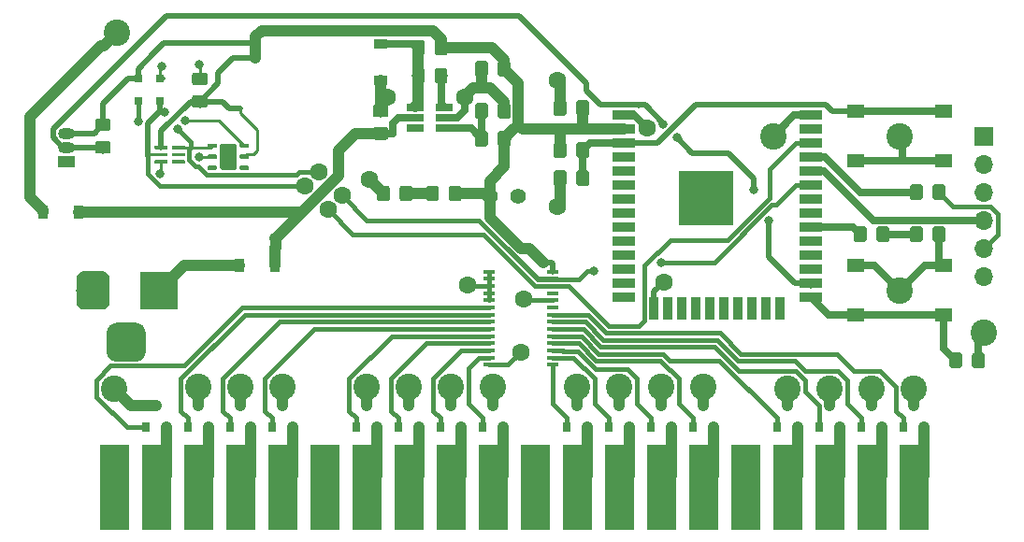
<source format=gbr>
G04 #@! TF.GenerationSoftware,KiCad,Pcbnew,(5.1.0-0)*
G04 #@! TF.CreationDate,2019-12-01T12:31:49+01:00*
G04 #@! TF.ProjectId,esp32,65737033-322e-46b6-9963-61645f706362,rev?*
G04 #@! TF.SameCoordinates,Original*
G04 #@! TF.FileFunction,Copper,L1,Top*
G04 #@! TF.FilePolarity,Positive*
%FSLAX46Y46*%
G04 Gerber Fmt 4.6, Leading zero omitted, Abs format (unit mm)*
G04 Created by KiCad (PCBNEW (5.1.0-0)) date 2019-12-01 12:31:49*
%MOMM*%
%LPD*%
G04 APERTURE LIST*
%ADD10C,0.100000*%
%ADD11C,2.500000*%
%ADD12R,5.000000X5.000000*%
%ADD13R,2.000000X0.900000*%
%ADD14R,0.900000X2.000000*%
%ADD15R,0.900000X1.200000*%
%ADD16R,1.500000X1.050000*%
%ADD17O,1.500000X1.050000*%
%ADD18R,1.100000X0.400000*%
%ADD19R,0.800000X0.900000*%
%ADD20C,0.300000*%
%ADD21C,1.150000*%
%ADD22R,1.200000X0.900000*%
%ADD23R,1.560000X0.650000*%
%ADD24R,1.550000X1.300000*%
%ADD25C,1.400000*%
%ADD26R,3.500000X3.500000*%
%ADD27C,3.000000*%
%ADD28C,3.500000*%
%ADD29C,1.500000*%
%ADD30C,0.400000*%
%ADD31O,1.700000X1.700000*%
%ADD32R,1.700000X1.700000*%
%ADD33R,0.800000X0.800000*%
%ADD34C,1.600000*%
%ADD35C,0.800000*%
%ADD36C,2.400000*%
%ADD37C,0.500000*%
%ADD38C,1.000000*%
%ADD39C,0.700000*%
%ADD40C,0.250000*%
%ADD41C,0.400000*%
G04 APERTURE END LIST*
D10*
G36*
X93240000Y-101440000D02*
G01*
X93240000Y-109060000D01*
X95780000Y-109060000D01*
X95780000Y-101440000D01*
X93240000Y-101440000D01*
G37*
X93240000Y-101440000D02*
X93240000Y-109060000D01*
X95780000Y-109060000D01*
X95780000Y-101440000D01*
X93240000Y-101440000D01*
G36*
X89430000Y-101440000D02*
G01*
X89430000Y-109060000D01*
X91970000Y-109060000D01*
X91970000Y-101440000D01*
X89430000Y-101440000D01*
G37*
X89430000Y-101440000D02*
X89430000Y-109060000D01*
X91970000Y-109060000D01*
X91970000Y-101440000D01*
X89430000Y-101440000D01*
G36*
X85620000Y-101440000D02*
G01*
X85620000Y-109060000D01*
X88160000Y-109060000D01*
X88160000Y-101440000D01*
X85620000Y-101440000D01*
G37*
X85620000Y-101440000D02*
X85620000Y-109060000D01*
X88160000Y-109060000D01*
X88160000Y-101440000D01*
X85620000Y-101440000D01*
G36*
X158010000Y-101440000D02*
G01*
X158010000Y-109060000D01*
X160550000Y-109060000D01*
X160550000Y-101440000D01*
X158010000Y-101440000D01*
G37*
X158010000Y-101440000D02*
X158010000Y-109060000D01*
X160550000Y-109060000D01*
X160550000Y-101440000D01*
X158010000Y-101440000D01*
G36*
X154200000Y-101440000D02*
G01*
X154200000Y-109060000D01*
X156740000Y-109060000D01*
X156740000Y-101440000D01*
X154200000Y-101440000D01*
G37*
X154200000Y-101440000D02*
X154200000Y-109060000D01*
X156740000Y-109060000D01*
X156740000Y-101440000D01*
X154200000Y-101440000D01*
G36*
X150390000Y-101440000D02*
G01*
X150390000Y-109060000D01*
X152930000Y-109060000D01*
X152930000Y-101440000D01*
X150390000Y-101440000D01*
G37*
X150390000Y-101440000D02*
X150390000Y-109060000D01*
X152930000Y-109060000D01*
X152930000Y-101440000D01*
X150390000Y-101440000D01*
G36*
X146580000Y-101440000D02*
G01*
X146580000Y-109060000D01*
X149120000Y-109060000D01*
X149120000Y-101440000D01*
X146580000Y-101440000D01*
G37*
X146580000Y-101440000D02*
X146580000Y-109060000D01*
X149120000Y-109060000D01*
X149120000Y-101440000D01*
X146580000Y-101440000D01*
G36*
X104670000Y-101440000D02*
G01*
X104670000Y-109060000D01*
X107210000Y-109060000D01*
X107210000Y-101440000D01*
X104670000Y-101440000D01*
G37*
X104670000Y-101440000D02*
X104670000Y-109060000D01*
X107210000Y-109060000D01*
X107210000Y-101440000D01*
X104670000Y-101440000D01*
G36*
X138960000Y-101440000D02*
G01*
X138960000Y-109060000D01*
X141500000Y-109060000D01*
X141500000Y-101440000D01*
X138960000Y-101440000D01*
G37*
X138960000Y-101440000D02*
X138960000Y-109060000D01*
X141500000Y-109060000D01*
X141500000Y-101440000D01*
X138960000Y-101440000D01*
G36*
X135150000Y-101440000D02*
G01*
X135150000Y-109060000D01*
X137690000Y-109060000D01*
X137690000Y-101440000D01*
X135150000Y-101440000D01*
G37*
X135150000Y-101440000D02*
X135150000Y-109060000D01*
X137690000Y-109060000D01*
X137690000Y-101440000D01*
X135150000Y-101440000D01*
G36*
X131340000Y-101440000D02*
G01*
X131340000Y-109060000D01*
X133880000Y-109060000D01*
X133880000Y-101440000D01*
X131340000Y-101440000D01*
G37*
X131340000Y-101440000D02*
X131340000Y-109060000D01*
X133880000Y-109060000D01*
X133880000Y-101440000D01*
X131340000Y-101440000D01*
G36*
X127530000Y-101440000D02*
G01*
X127530000Y-109060000D01*
X130070000Y-109060000D01*
X130070000Y-101440000D01*
X127530000Y-101440000D01*
G37*
X127530000Y-101440000D02*
X127530000Y-109060000D01*
X130070000Y-109060000D01*
X130070000Y-101440000D01*
X127530000Y-101440000D01*
G36*
X123720000Y-101440000D02*
G01*
X123720000Y-109060000D01*
X126260000Y-109060000D01*
X126260000Y-101440000D01*
X123720000Y-101440000D01*
G37*
X123720000Y-101440000D02*
X123720000Y-109060000D01*
X126260000Y-109060000D01*
X126260000Y-101440000D01*
X123720000Y-101440000D01*
G36*
X119910000Y-101440000D02*
G01*
X119910000Y-109060000D01*
X122450000Y-109060000D01*
X122450000Y-101440000D01*
X119910000Y-101440000D01*
G37*
X119910000Y-101440000D02*
X119910000Y-109060000D01*
X122450000Y-109060000D01*
X122450000Y-101440000D01*
X119910000Y-101440000D01*
G36*
X116100000Y-101440000D02*
G01*
X116100000Y-109060000D01*
X118640000Y-109060000D01*
X118640000Y-101440000D01*
X116100000Y-101440000D01*
G37*
X116100000Y-101440000D02*
X116100000Y-109060000D01*
X118640000Y-109060000D01*
X118640000Y-101440000D01*
X116100000Y-101440000D01*
G36*
X112290000Y-101440000D02*
G01*
X112290000Y-109060000D01*
X114830000Y-109060000D01*
X114830000Y-101440000D01*
X112290000Y-101440000D01*
G37*
X112290000Y-101440000D02*
X112290000Y-109060000D01*
X114830000Y-109060000D01*
X114830000Y-101440000D01*
X112290000Y-101440000D01*
G36*
X108480000Y-101440000D02*
G01*
X108480000Y-109060000D01*
X111020000Y-109060000D01*
X111020000Y-101440000D01*
X108480000Y-101440000D01*
G37*
X108480000Y-101440000D02*
X108480000Y-109060000D01*
X111020000Y-109060000D01*
X111020000Y-101440000D01*
X108480000Y-101440000D01*
G36*
X142770000Y-101440000D02*
G01*
X142770000Y-109060000D01*
X145310000Y-109060000D01*
X145310000Y-101440000D01*
X142770000Y-101440000D01*
G37*
X142770000Y-101440000D02*
X142770000Y-109060000D01*
X145310000Y-109060000D01*
X145310000Y-101440000D01*
X142770000Y-101440000D01*
G36*
X100860000Y-101440000D02*
G01*
X100860000Y-109060000D01*
X103400000Y-109060000D01*
X103400000Y-101440000D01*
X100860000Y-101440000D01*
G37*
X100860000Y-101440000D02*
X100860000Y-109060000D01*
X103400000Y-109060000D01*
X103400000Y-101440000D01*
X100860000Y-101440000D01*
G36*
X97050000Y-101440000D02*
G01*
X97050000Y-109060000D01*
X99590000Y-109060000D01*
X99590000Y-101440000D01*
X97050000Y-101440000D01*
G37*
X97050000Y-101440000D02*
X97050000Y-109060000D01*
X99590000Y-109060000D01*
X99590000Y-101440000D01*
X97050000Y-101440000D01*
D11*
X94510000Y-105250000D03*
X90700000Y-105250000D03*
X86890000Y-105250000D03*
X159280000Y-105250000D03*
X155470000Y-105250000D03*
X151660000Y-105250000D03*
X147850000Y-105250000D03*
X105940000Y-105250000D03*
X140230000Y-105250000D03*
X136420000Y-105250000D03*
X132610000Y-105250000D03*
X128800000Y-105250000D03*
X124990000Y-105250000D03*
X121180000Y-105250000D03*
X117370000Y-105250000D03*
X113560000Y-105250000D03*
X109750000Y-105250000D03*
X144040000Y-105250000D03*
X102130000Y-105250000D03*
X98320000Y-105250000D03*
D12*
X140500000Y-79095000D03*
D13*
X133000000Y-71595000D03*
X133000000Y-72865000D03*
X133000000Y-74135000D03*
X133000000Y-75405000D03*
X133000000Y-76675000D03*
X133000000Y-77945000D03*
X133000000Y-79215000D03*
X133000000Y-80485000D03*
X133000000Y-81755000D03*
X133000000Y-83025000D03*
X133000000Y-84295000D03*
X133000000Y-85565000D03*
X133000000Y-86835000D03*
X133000000Y-88105000D03*
D14*
X135785000Y-89105000D03*
X137055000Y-89105000D03*
X138325000Y-89105000D03*
X139595000Y-89105000D03*
X140865000Y-89105000D03*
X142135000Y-89105000D03*
X143405000Y-89105000D03*
X144675000Y-89105000D03*
X145945000Y-89105000D03*
X147215000Y-89105000D03*
D13*
X150000000Y-88105000D03*
X150000000Y-86835000D03*
X150000000Y-85565000D03*
X150000000Y-84295000D03*
X150000000Y-83025000D03*
X150000000Y-81755000D03*
X150000000Y-80485000D03*
X150000000Y-79215000D03*
X150000000Y-77945000D03*
X150000000Y-76675000D03*
X150000000Y-75405000D03*
X150000000Y-74135000D03*
X150000000Y-72865000D03*
X150000000Y-71595000D03*
D15*
X80414000Y-80358000D03*
X83714000Y-80358000D03*
X98194000Y-85184000D03*
X101494000Y-85184000D03*
D16*
X82572000Y-75786000D03*
D17*
X82572000Y-73246000D03*
X82572000Y-74516000D03*
D18*
X126570000Y-85785000D03*
X126570000Y-86435000D03*
X126570000Y-87085000D03*
X126570000Y-87735000D03*
X126570000Y-88385000D03*
X126570000Y-89035000D03*
X126570000Y-89685000D03*
X126570000Y-90335000D03*
X126570000Y-90985000D03*
X126570000Y-91635000D03*
X126570000Y-92285000D03*
X126570000Y-92935000D03*
X126570000Y-93585000D03*
X126570000Y-94235000D03*
X120870000Y-94235000D03*
X120870000Y-93585000D03*
X120870000Y-92935000D03*
X120870000Y-92285000D03*
X120870000Y-91635000D03*
X120870000Y-90985000D03*
X120870000Y-90335000D03*
X120870000Y-89685000D03*
X120870000Y-89035000D03*
X120870000Y-88385000D03*
X120870000Y-87735000D03*
X120870000Y-87085000D03*
X120870000Y-86435000D03*
X120870000Y-85785000D03*
D19*
X159280000Y-97900000D03*
X160230000Y-99900000D03*
X158330000Y-99900000D03*
X155470000Y-97900000D03*
X156420000Y-99900000D03*
X154520000Y-99900000D03*
X151660000Y-97900000D03*
X152610000Y-99900000D03*
X150710000Y-99900000D03*
X147850000Y-97900000D03*
X148800000Y-99900000D03*
X146900000Y-99900000D03*
X140230000Y-97900000D03*
X141180000Y-99900000D03*
X139280000Y-99900000D03*
X136420000Y-97900000D03*
X137370000Y-99900000D03*
X135470000Y-99900000D03*
X132610000Y-97900000D03*
X133560000Y-99900000D03*
X131660000Y-99900000D03*
X128800000Y-97900000D03*
X129750000Y-99900000D03*
X127850000Y-99900000D03*
X121180000Y-97900000D03*
X122130000Y-99900000D03*
X120230000Y-99900000D03*
X117370000Y-97900000D03*
X118320000Y-99900000D03*
X116420000Y-99900000D03*
X113560000Y-97900000D03*
X114510000Y-99900000D03*
X112610000Y-99900000D03*
X109750000Y-97900000D03*
X110700000Y-99900000D03*
X108800000Y-99900000D03*
X102130000Y-97900000D03*
X103080000Y-99900000D03*
X101180000Y-99900000D03*
X98320000Y-97900000D03*
X99270000Y-99900000D03*
X97370000Y-99900000D03*
X94510000Y-97900000D03*
X95460000Y-99900000D03*
X93560000Y-99900000D03*
X90700000Y-97900000D03*
X91650000Y-99900000D03*
X89750000Y-99900000D03*
D10*
G36*
X93229851Y-74384361D02*
G01*
X93237132Y-74385441D01*
X93244271Y-74387229D01*
X93251201Y-74389709D01*
X93257855Y-74392856D01*
X93264168Y-74396640D01*
X93270079Y-74401024D01*
X93275533Y-74405967D01*
X93280476Y-74411421D01*
X93284860Y-74417332D01*
X93288644Y-74423645D01*
X93291791Y-74430299D01*
X93294271Y-74437229D01*
X93296059Y-74444368D01*
X93297139Y-74451649D01*
X93297500Y-74459000D01*
X93297500Y-74609000D01*
X93297139Y-74616351D01*
X93296059Y-74623632D01*
X93294271Y-74630771D01*
X93291791Y-74637701D01*
X93288644Y-74644355D01*
X93284860Y-74650668D01*
X93280476Y-74656579D01*
X93275533Y-74662033D01*
X93270079Y-74666976D01*
X93264168Y-74671360D01*
X93257855Y-74675144D01*
X93251201Y-74678291D01*
X93244271Y-74680771D01*
X93237132Y-74682559D01*
X93229851Y-74683639D01*
X93222500Y-74684000D01*
X92197500Y-74684000D01*
X92190149Y-74683639D01*
X92182868Y-74682559D01*
X92175729Y-74680771D01*
X92168799Y-74678291D01*
X92162145Y-74675144D01*
X92155832Y-74671360D01*
X92149921Y-74666976D01*
X92144467Y-74662033D01*
X92139524Y-74656579D01*
X92135140Y-74650668D01*
X92131356Y-74644355D01*
X92128209Y-74637701D01*
X92125729Y-74630771D01*
X92123941Y-74623632D01*
X92122861Y-74616351D01*
X92122500Y-74609000D01*
X92122500Y-74459000D01*
X92122861Y-74451649D01*
X92123941Y-74444368D01*
X92125729Y-74437229D01*
X92128209Y-74430299D01*
X92131356Y-74423645D01*
X92135140Y-74417332D01*
X92139524Y-74411421D01*
X92144467Y-74405967D01*
X92149921Y-74401024D01*
X92155832Y-74396640D01*
X92162145Y-74392856D01*
X92168799Y-74389709D01*
X92175729Y-74387229D01*
X92182868Y-74385441D01*
X92190149Y-74384361D01*
X92197500Y-74384000D01*
X93222500Y-74384000D01*
X93229851Y-74384361D01*
X93229851Y-74384361D01*
G37*
D20*
X92710000Y-74534000D03*
D10*
G36*
X93229851Y-75034361D02*
G01*
X93237132Y-75035441D01*
X93244271Y-75037229D01*
X93251201Y-75039709D01*
X93257855Y-75042856D01*
X93264168Y-75046640D01*
X93270079Y-75051024D01*
X93275533Y-75055967D01*
X93280476Y-75061421D01*
X93284860Y-75067332D01*
X93288644Y-75073645D01*
X93291791Y-75080299D01*
X93294271Y-75087229D01*
X93296059Y-75094368D01*
X93297139Y-75101649D01*
X93297500Y-75109000D01*
X93297500Y-75259000D01*
X93297139Y-75266351D01*
X93296059Y-75273632D01*
X93294271Y-75280771D01*
X93291791Y-75287701D01*
X93288644Y-75294355D01*
X93284860Y-75300668D01*
X93280476Y-75306579D01*
X93275533Y-75312033D01*
X93270079Y-75316976D01*
X93264168Y-75321360D01*
X93257855Y-75325144D01*
X93251201Y-75328291D01*
X93244271Y-75330771D01*
X93237132Y-75332559D01*
X93229851Y-75333639D01*
X93222500Y-75334000D01*
X92197500Y-75334000D01*
X92190149Y-75333639D01*
X92182868Y-75332559D01*
X92175729Y-75330771D01*
X92168799Y-75328291D01*
X92162145Y-75325144D01*
X92155832Y-75321360D01*
X92149921Y-75316976D01*
X92144467Y-75312033D01*
X92139524Y-75306579D01*
X92135140Y-75300668D01*
X92131356Y-75294355D01*
X92128209Y-75287701D01*
X92125729Y-75280771D01*
X92123941Y-75273632D01*
X92122861Y-75266351D01*
X92122500Y-75259000D01*
X92122500Y-75109000D01*
X92122861Y-75101649D01*
X92123941Y-75094368D01*
X92125729Y-75087229D01*
X92128209Y-75080299D01*
X92131356Y-75073645D01*
X92135140Y-75067332D01*
X92139524Y-75061421D01*
X92144467Y-75055967D01*
X92149921Y-75051024D01*
X92155832Y-75046640D01*
X92162145Y-75042856D01*
X92168799Y-75039709D01*
X92175729Y-75037229D01*
X92182868Y-75035441D01*
X92190149Y-75034361D01*
X92197500Y-75034000D01*
X93222500Y-75034000D01*
X93229851Y-75034361D01*
X93229851Y-75034361D01*
G37*
D20*
X92710000Y-75184000D03*
D10*
G36*
X93229851Y-75684361D02*
G01*
X93237132Y-75685441D01*
X93244271Y-75687229D01*
X93251201Y-75689709D01*
X93257855Y-75692856D01*
X93264168Y-75696640D01*
X93270079Y-75701024D01*
X93275533Y-75705967D01*
X93280476Y-75711421D01*
X93284860Y-75717332D01*
X93288644Y-75723645D01*
X93291791Y-75730299D01*
X93294271Y-75737229D01*
X93296059Y-75744368D01*
X93297139Y-75751649D01*
X93297500Y-75759000D01*
X93297500Y-75909000D01*
X93297139Y-75916351D01*
X93296059Y-75923632D01*
X93294271Y-75930771D01*
X93291791Y-75937701D01*
X93288644Y-75944355D01*
X93284860Y-75950668D01*
X93280476Y-75956579D01*
X93275533Y-75962033D01*
X93270079Y-75966976D01*
X93264168Y-75971360D01*
X93257855Y-75975144D01*
X93251201Y-75978291D01*
X93244271Y-75980771D01*
X93237132Y-75982559D01*
X93229851Y-75983639D01*
X93222500Y-75984000D01*
X92197500Y-75984000D01*
X92190149Y-75983639D01*
X92182868Y-75982559D01*
X92175729Y-75980771D01*
X92168799Y-75978291D01*
X92162145Y-75975144D01*
X92155832Y-75971360D01*
X92149921Y-75966976D01*
X92144467Y-75962033D01*
X92139524Y-75956579D01*
X92135140Y-75950668D01*
X92131356Y-75944355D01*
X92128209Y-75937701D01*
X92125729Y-75930771D01*
X92123941Y-75923632D01*
X92122861Y-75916351D01*
X92122500Y-75909000D01*
X92122500Y-75759000D01*
X92122861Y-75751649D01*
X92123941Y-75744368D01*
X92125729Y-75737229D01*
X92128209Y-75730299D01*
X92131356Y-75723645D01*
X92135140Y-75717332D01*
X92139524Y-75711421D01*
X92144467Y-75705967D01*
X92149921Y-75701024D01*
X92155832Y-75696640D01*
X92162145Y-75692856D01*
X92168799Y-75689709D01*
X92175729Y-75687229D01*
X92182868Y-75685441D01*
X92190149Y-75684361D01*
X92197500Y-75684000D01*
X93222500Y-75684000D01*
X93229851Y-75684361D01*
X93229851Y-75684361D01*
G37*
D20*
X92710000Y-75834000D03*
D10*
G36*
X91654851Y-75684361D02*
G01*
X91662132Y-75685441D01*
X91669271Y-75687229D01*
X91676201Y-75689709D01*
X91682855Y-75692856D01*
X91689168Y-75696640D01*
X91695079Y-75701024D01*
X91700533Y-75705967D01*
X91705476Y-75711421D01*
X91709860Y-75717332D01*
X91713644Y-75723645D01*
X91716791Y-75730299D01*
X91719271Y-75737229D01*
X91721059Y-75744368D01*
X91722139Y-75751649D01*
X91722500Y-75759000D01*
X91722500Y-75909000D01*
X91722139Y-75916351D01*
X91721059Y-75923632D01*
X91719271Y-75930771D01*
X91716791Y-75937701D01*
X91713644Y-75944355D01*
X91709860Y-75950668D01*
X91705476Y-75956579D01*
X91700533Y-75962033D01*
X91695079Y-75966976D01*
X91689168Y-75971360D01*
X91682855Y-75975144D01*
X91676201Y-75978291D01*
X91669271Y-75980771D01*
X91662132Y-75982559D01*
X91654851Y-75983639D01*
X91647500Y-75984000D01*
X90622500Y-75984000D01*
X90615149Y-75983639D01*
X90607868Y-75982559D01*
X90600729Y-75980771D01*
X90593799Y-75978291D01*
X90587145Y-75975144D01*
X90580832Y-75971360D01*
X90574921Y-75966976D01*
X90569467Y-75962033D01*
X90564524Y-75956579D01*
X90560140Y-75950668D01*
X90556356Y-75944355D01*
X90553209Y-75937701D01*
X90550729Y-75930771D01*
X90548941Y-75923632D01*
X90547861Y-75916351D01*
X90547500Y-75909000D01*
X90547500Y-75759000D01*
X90547861Y-75751649D01*
X90548941Y-75744368D01*
X90550729Y-75737229D01*
X90553209Y-75730299D01*
X90556356Y-75723645D01*
X90560140Y-75717332D01*
X90564524Y-75711421D01*
X90569467Y-75705967D01*
X90574921Y-75701024D01*
X90580832Y-75696640D01*
X90587145Y-75692856D01*
X90593799Y-75689709D01*
X90600729Y-75687229D01*
X90607868Y-75685441D01*
X90615149Y-75684361D01*
X90622500Y-75684000D01*
X91647500Y-75684000D01*
X91654851Y-75684361D01*
X91654851Y-75684361D01*
G37*
D20*
X91135000Y-75834000D03*
D10*
G36*
X91654851Y-75034361D02*
G01*
X91662132Y-75035441D01*
X91669271Y-75037229D01*
X91676201Y-75039709D01*
X91682855Y-75042856D01*
X91689168Y-75046640D01*
X91695079Y-75051024D01*
X91700533Y-75055967D01*
X91705476Y-75061421D01*
X91709860Y-75067332D01*
X91713644Y-75073645D01*
X91716791Y-75080299D01*
X91719271Y-75087229D01*
X91721059Y-75094368D01*
X91722139Y-75101649D01*
X91722500Y-75109000D01*
X91722500Y-75259000D01*
X91722139Y-75266351D01*
X91721059Y-75273632D01*
X91719271Y-75280771D01*
X91716791Y-75287701D01*
X91713644Y-75294355D01*
X91709860Y-75300668D01*
X91705476Y-75306579D01*
X91700533Y-75312033D01*
X91695079Y-75316976D01*
X91689168Y-75321360D01*
X91682855Y-75325144D01*
X91676201Y-75328291D01*
X91669271Y-75330771D01*
X91662132Y-75332559D01*
X91654851Y-75333639D01*
X91647500Y-75334000D01*
X90622500Y-75334000D01*
X90615149Y-75333639D01*
X90607868Y-75332559D01*
X90600729Y-75330771D01*
X90593799Y-75328291D01*
X90587145Y-75325144D01*
X90580832Y-75321360D01*
X90574921Y-75316976D01*
X90569467Y-75312033D01*
X90564524Y-75306579D01*
X90560140Y-75300668D01*
X90556356Y-75294355D01*
X90553209Y-75287701D01*
X90550729Y-75280771D01*
X90548941Y-75273632D01*
X90547861Y-75266351D01*
X90547500Y-75259000D01*
X90547500Y-75109000D01*
X90547861Y-75101649D01*
X90548941Y-75094368D01*
X90550729Y-75087229D01*
X90553209Y-75080299D01*
X90556356Y-75073645D01*
X90560140Y-75067332D01*
X90564524Y-75061421D01*
X90569467Y-75055967D01*
X90574921Y-75051024D01*
X90580832Y-75046640D01*
X90587145Y-75042856D01*
X90593799Y-75039709D01*
X90600729Y-75037229D01*
X90607868Y-75035441D01*
X90615149Y-75034361D01*
X90622500Y-75034000D01*
X91647500Y-75034000D01*
X91654851Y-75034361D01*
X91654851Y-75034361D01*
G37*
D20*
X91135000Y-75184000D03*
D10*
G36*
X91654851Y-74384361D02*
G01*
X91662132Y-74385441D01*
X91669271Y-74387229D01*
X91676201Y-74389709D01*
X91682855Y-74392856D01*
X91689168Y-74396640D01*
X91695079Y-74401024D01*
X91700533Y-74405967D01*
X91705476Y-74411421D01*
X91709860Y-74417332D01*
X91713644Y-74423645D01*
X91716791Y-74430299D01*
X91719271Y-74437229D01*
X91721059Y-74444368D01*
X91722139Y-74451649D01*
X91722500Y-74459000D01*
X91722500Y-74609000D01*
X91722139Y-74616351D01*
X91721059Y-74623632D01*
X91719271Y-74630771D01*
X91716791Y-74637701D01*
X91713644Y-74644355D01*
X91709860Y-74650668D01*
X91705476Y-74656579D01*
X91700533Y-74662033D01*
X91695079Y-74666976D01*
X91689168Y-74671360D01*
X91682855Y-74675144D01*
X91676201Y-74678291D01*
X91669271Y-74680771D01*
X91662132Y-74682559D01*
X91654851Y-74683639D01*
X91647500Y-74684000D01*
X90622500Y-74684000D01*
X90615149Y-74683639D01*
X90607868Y-74682559D01*
X90600729Y-74680771D01*
X90593799Y-74678291D01*
X90587145Y-74675144D01*
X90580832Y-74671360D01*
X90574921Y-74666976D01*
X90569467Y-74662033D01*
X90564524Y-74656579D01*
X90560140Y-74650668D01*
X90556356Y-74644355D01*
X90553209Y-74637701D01*
X90550729Y-74630771D01*
X90548941Y-74623632D01*
X90547861Y-74616351D01*
X90547500Y-74609000D01*
X90547500Y-74459000D01*
X90547861Y-74451649D01*
X90548941Y-74444368D01*
X90550729Y-74437229D01*
X90553209Y-74430299D01*
X90556356Y-74423645D01*
X90560140Y-74417332D01*
X90564524Y-74411421D01*
X90569467Y-74405967D01*
X90574921Y-74401024D01*
X90580832Y-74396640D01*
X90587145Y-74392856D01*
X90593799Y-74389709D01*
X90600729Y-74387229D01*
X90607868Y-74385441D01*
X90615149Y-74384361D01*
X90622500Y-74384000D01*
X91647500Y-74384000D01*
X91654851Y-74384361D01*
X91654851Y-74384361D01*
G37*
D20*
X91135000Y-74534000D03*
D10*
G36*
X86348505Y-73951204D02*
G01*
X86372773Y-73954804D01*
X86396572Y-73960765D01*
X86419671Y-73969030D01*
X86441850Y-73979520D01*
X86462893Y-73992132D01*
X86482599Y-74006747D01*
X86500777Y-74023223D01*
X86517253Y-74041401D01*
X86531868Y-74061107D01*
X86544480Y-74082150D01*
X86554970Y-74104329D01*
X86563235Y-74127428D01*
X86569196Y-74151227D01*
X86572796Y-74175495D01*
X86574000Y-74199999D01*
X86574000Y-74850001D01*
X86572796Y-74874505D01*
X86569196Y-74898773D01*
X86563235Y-74922572D01*
X86554970Y-74945671D01*
X86544480Y-74967850D01*
X86531868Y-74988893D01*
X86517253Y-75008599D01*
X86500777Y-75026777D01*
X86482599Y-75043253D01*
X86462893Y-75057868D01*
X86441850Y-75070480D01*
X86419671Y-75080970D01*
X86396572Y-75089235D01*
X86372773Y-75095196D01*
X86348505Y-75098796D01*
X86324001Y-75100000D01*
X85423999Y-75100000D01*
X85399495Y-75098796D01*
X85375227Y-75095196D01*
X85351428Y-75089235D01*
X85328329Y-75080970D01*
X85306150Y-75070480D01*
X85285107Y-75057868D01*
X85265401Y-75043253D01*
X85247223Y-75026777D01*
X85230747Y-75008599D01*
X85216132Y-74988893D01*
X85203520Y-74967850D01*
X85193030Y-74945671D01*
X85184765Y-74922572D01*
X85178804Y-74898773D01*
X85175204Y-74874505D01*
X85174000Y-74850001D01*
X85174000Y-74199999D01*
X85175204Y-74175495D01*
X85178804Y-74151227D01*
X85184765Y-74127428D01*
X85193030Y-74104329D01*
X85203520Y-74082150D01*
X85216132Y-74061107D01*
X85230747Y-74041401D01*
X85247223Y-74023223D01*
X85265401Y-74006747D01*
X85285107Y-73992132D01*
X85306150Y-73979520D01*
X85328329Y-73969030D01*
X85351428Y-73960765D01*
X85375227Y-73954804D01*
X85399495Y-73951204D01*
X85423999Y-73950000D01*
X86324001Y-73950000D01*
X86348505Y-73951204D01*
X86348505Y-73951204D01*
G37*
D21*
X85874000Y-74525000D03*
D10*
G36*
X86348505Y-71901204D02*
G01*
X86372773Y-71904804D01*
X86396572Y-71910765D01*
X86419671Y-71919030D01*
X86441850Y-71929520D01*
X86462893Y-71942132D01*
X86482599Y-71956747D01*
X86500777Y-71973223D01*
X86517253Y-71991401D01*
X86531868Y-72011107D01*
X86544480Y-72032150D01*
X86554970Y-72054329D01*
X86563235Y-72077428D01*
X86569196Y-72101227D01*
X86572796Y-72125495D01*
X86574000Y-72149999D01*
X86574000Y-72800001D01*
X86572796Y-72824505D01*
X86569196Y-72848773D01*
X86563235Y-72872572D01*
X86554970Y-72895671D01*
X86544480Y-72917850D01*
X86531868Y-72938893D01*
X86517253Y-72958599D01*
X86500777Y-72976777D01*
X86482599Y-72993253D01*
X86462893Y-73007868D01*
X86441850Y-73020480D01*
X86419671Y-73030970D01*
X86396572Y-73039235D01*
X86372773Y-73045196D01*
X86348505Y-73048796D01*
X86324001Y-73050000D01*
X85423999Y-73050000D01*
X85399495Y-73048796D01*
X85375227Y-73045196D01*
X85351428Y-73039235D01*
X85328329Y-73030970D01*
X85306150Y-73020480D01*
X85285107Y-73007868D01*
X85265401Y-72993253D01*
X85247223Y-72976777D01*
X85230747Y-72958599D01*
X85216132Y-72938893D01*
X85203520Y-72917850D01*
X85193030Y-72895671D01*
X85184765Y-72872572D01*
X85178804Y-72848773D01*
X85175204Y-72824505D01*
X85174000Y-72800001D01*
X85174000Y-72149999D01*
X85175204Y-72125495D01*
X85178804Y-72101227D01*
X85184765Y-72077428D01*
X85193030Y-72054329D01*
X85203520Y-72032150D01*
X85216132Y-72011107D01*
X85230747Y-71991401D01*
X85247223Y-71973223D01*
X85265401Y-71956747D01*
X85285107Y-71942132D01*
X85306150Y-71929520D01*
X85328329Y-71919030D01*
X85351428Y-71910765D01*
X85375227Y-71904804D01*
X85399495Y-71901204D01*
X85423999Y-71900000D01*
X86324001Y-71900000D01*
X86348505Y-71901204D01*
X86348505Y-71901204D01*
G37*
D21*
X85874000Y-72475000D03*
D10*
G36*
X129666505Y-74071204D02*
G01*
X129690773Y-74074804D01*
X129714572Y-74080765D01*
X129737671Y-74089030D01*
X129759850Y-74099520D01*
X129780893Y-74112132D01*
X129800599Y-74126747D01*
X129818777Y-74143223D01*
X129835253Y-74161401D01*
X129849868Y-74181107D01*
X129862480Y-74202150D01*
X129872970Y-74224329D01*
X129881235Y-74247428D01*
X129887196Y-74271227D01*
X129890796Y-74295495D01*
X129892000Y-74319999D01*
X129892000Y-75220001D01*
X129890796Y-75244505D01*
X129887196Y-75268773D01*
X129881235Y-75292572D01*
X129872970Y-75315671D01*
X129862480Y-75337850D01*
X129849868Y-75358893D01*
X129835253Y-75378599D01*
X129818777Y-75396777D01*
X129800599Y-75413253D01*
X129780893Y-75427868D01*
X129759850Y-75440480D01*
X129737671Y-75450970D01*
X129714572Y-75459235D01*
X129690773Y-75465196D01*
X129666505Y-75468796D01*
X129642001Y-75470000D01*
X128991999Y-75470000D01*
X128967495Y-75468796D01*
X128943227Y-75465196D01*
X128919428Y-75459235D01*
X128896329Y-75450970D01*
X128874150Y-75440480D01*
X128853107Y-75427868D01*
X128833401Y-75413253D01*
X128815223Y-75396777D01*
X128798747Y-75378599D01*
X128784132Y-75358893D01*
X128771520Y-75337850D01*
X128761030Y-75315671D01*
X128752765Y-75292572D01*
X128746804Y-75268773D01*
X128743204Y-75244505D01*
X128742000Y-75220001D01*
X128742000Y-74319999D01*
X128743204Y-74295495D01*
X128746804Y-74271227D01*
X128752765Y-74247428D01*
X128761030Y-74224329D01*
X128771520Y-74202150D01*
X128784132Y-74181107D01*
X128798747Y-74161401D01*
X128815223Y-74143223D01*
X128833401Y-74126747D01*
X128853107Y-74112132D01*
X128874150Y-74099520D01*
X128896329Y-74089030D01*
X128919428Y-74080765D01*
X128943227Y-74074804D01*
X128967495Y-74071204D01*
X128991999Y-74070000D01*
X129642001Y-74070000D01*
X129666505Y-74071204D01*
X129666505Y-74071204D01*
G37*
D21*
X129317000Y-74770000D03*
D10*
G36*
X127616505Y-74071204D02*
G01*
X127640773Y-74074804D01*
X127664572Y-74080765D01*
X127687671Y-74089030D01*
X127709850Y-74099520D01*
X127730893Y-74112132D01*
X127750599Y-74126747D01*
X127768777Y-74143223D01*
X127785253Y-74161401D01*
X127799868Y-74181107D01*
X127812480Y-74202150D01*
X127822970Y-74224329D01*
X127831235Y-74247428D01*
X127837196Y-74271227D01*
X127840796Y-74295495D01*
X127842000Y-74319999D01*
X127842000Y-75220001D01*
X127840796Y-75244505D01*
X127837196Y-75268773D01*
X127831235Y-75292572D01*
X127822970Y-75315671D01*
X127812480Y-75337850D01*
X127799868Y-75358893D01*
X127785253Y-75378599D01*
X127768777Y-75396777D01*
X127750599Y-75413253D01*
X127730893Y-75427868D01*
X127709850Y-75440480D01*
X127687671Y-75450970D01*
X127664572Y-75459235D01*
X127640773Y-75465196D01*
X127616505Y-75468796D01*
X127592001Y-75470000D01*
X126941999Y-75470000D01*
X126917495Y-75468796D01*
X126893227Y-75465196D01*
X126869428Y-75459235D01*
X126846329Y-75450970D01*
X126824150Y-75440480D01*
X126803107Y-75427868D01*
X126783401Y-75413253D01*
X126765223Y-75396777D01*
X126748747Y-75378599D01*
X126734132Y-75358893D01*
X126721520Y-75337850D01*
X126711030Y-75315671D01*
X126702765Y-75292572D01*
X126696804Y-75268773D01*
X126693204Y-75244505D01*
X126692000Y-75220001D01*
X126692000Y-74319999D01*
X126693204Y-74295495D01*
X126696804Y-74271227D01*
X126702765Y-74247428D01*
X126711030Y-74224329D01*
X126721520Y-74202150D01*
X126734132Y-74181107D01*
X126748747Y-74161401D01*
X126765223Y-74143223D01*
X126783401Y-74126747D01*
X126803107Y-74112132D01*
X126824150Y-74099520D01*
X126846329Y-74089030D01*
X126869428Y-74080765D01*
X126893227Y-74074804D01*
X126917495Y-74071204D01*
X126941999Y-74070000D01*
X127592001Y-74070000D01*
X127616505Y-74071204D01*
X127616505Y-74071204D01*
G37*
D21*
X127267000Y-74770000D03*
D22*
X111020000Y-68419000D03*
X111020000Y-65119000D03*
D23*
X116815000Y-71849000D03*
X116815000Y-70899000D03*
X116815000Y-72799000D03*
X114115000Y-72799000D03*
X114115000Y-71849000D03*
X114115000Y-70899000D03*
D10*
G36*
X120504505Y-70515204D02*
G01*
X120528773Y-70518804D01*
X120552572Y-70524765D01*
X120575671Y-70533030D01*
X120597850Y-70543520D01*
X120618893Y-70556132D01*
X120638599Y-70570747D01*
X120656777Y-70587223D01*
X120673253Y-70605401D01*
X120687868Y-70625107D01*
X120700480Y-70646150D01*
X120710970Y-70668329D01*
X120719235Y-70691428D01*
X120725196Y-70715227D01*
X120728796Y-70739495D01*
X120730000Y-70763999D01*
X120730000Y-71664001D01*
X120728796Y-71688505D01*
X120725196Y-71712773D01*
X120719235Y-71736572D01*
X120710970Y-71759671D01*
X120700480Y-71781850D01*
X120687868Y-71802893D01*
X120673253Y-71822599D01*
X120656777Y-71840777D01*
X120638599Y-71857253D01*
X120618893Y-71871868D01*
X120597850Y-71884480D01*
X120575671Y-71894970D01*
X120552572Y-71903235D01*
X120528773Y-71909196D01*
X120504505Y-71912796D01*
X120480001Y-71914000D01*
X119829999Y-71914000D01*
X119805495Y-71912796D01*
X119781227Y-71909196D01*
X119757428Y-71903235D01*
X119734329Y-71894970D01*
X119712150Y-71884480D01*
X119691107Y-71871868D01*
X119671401Y-71857253D01*
X119653223Y-71840777D01*
X119636747Y-71822599D01*
X119622132Y-71802893D01*
X119609520Y-71781850D01*
X119599030Y-71759671D01*
X119590765Y-71736572D01*
X119584804Y-71712773D01*
X119581204Y-71688505D01*
X119580000Y-71664001D01*
X119580000Y-70763999D01*
X119581204Y-70739495D01*
X119584804Y-70715227D01*
X119590765Y-70691428D01*
X119599030Y-70668329D01*
X119609520Y-70646150D01*
X119622132Y-70625107D01*
X119636747Y-70605401D01*
X119653223Y-70587223D01*
X119671401Y-70570747D01*
X119691107Y-70556132D01*
X119712150Y-70543520D01*
X119734329Y-70533030D01*
X119757428Y-70524765D01*
X119781227Y-70518804D01*
X119805495Y-70515204D01*
X119829999Y-70514000D01*
X120480001Y-70514000D01*
X120504505Y-70515204D01*
X120504505Y-70515204D01*
G37*
D21*
X120155000Y-71214000D03*
D10*
G36*
X122554505Y-70515204D02*
G01*
X122578773Y-70518804D01*
X122602572Y-70524765D01*
X122625671Y-70533030D01*
X122647850Y-70543520D01*
X122668893Y-70556132D01*
X122688599Y-70570747D01*
X122706777Y-70587223D01*
X122723253Y-70605401D01*
X122737868Y-70625107D01*
X122750480Y-70646150D01*
X122760970Y-70668329D01*
X122769235Y-70691428D01*
X122775196Y-70715227D01*
X122778796Y-70739495D01*
X122780000Y-70763999D01*
X122780000Y-71664001D01*
X122778796Y-71688505D01*
X122775196Y-71712773D01*
X122769235Y-71736572D01*
X122760970Y-71759671D01*
X122750480Y-71781850D01*
X122737868Y-71802893D01*
X122723253Y-71822599D01*
X122706777Y-71840777D01*
X122688599Y-71857253D01*
X122668893Y-71871868D01*
X122647850Y-71884480D01*
X122625671Y-71894970D01*
X122602572Y-71903235D01*
X122578773Y-71909196D01*
X122554505Y-71912796D01*
X122530001Y-71914000D01*
X121879999Y-71914000D01*
X121855495Y-71912796D01*
X121831227Y-71909196D01*
X121807428Y-71903235D01*
X121784329Y-71894970D01*
X121762150Y-71884480D01*
X121741107Y-71871868D01*
X121721401Y-71857253D01*
X121703223Y-71840777D01*
X121686747Y-71822599D01*
X121672132Y-71802893D01*
X121659520Y-71781850D01*
X121649030Y-71759671D01*
X121640765Y-71736572D01*
X121634804Y-71712773D01*
X121631204Y-71688505D01*
X121630000Y-71664001D01*
X121630000Y-70763999D01*
X121631204Y-70739495D01*
X121634804Y-70715227D01*
X121640765Y-70691428D01*
X121649030Y-70668329D01*
X121659520Y-70646150D01*
X121672132Y-70625107D01*
X121686747Y-70605401D01*
X121703223Y-70587223D01*
X121721401Y-70570747D01*
X121741107Y-70556132D01*
X121762150Y-70543520D01*
X121784329Y-70533030D01*
X121807428Y-70524765D01*
X121831227Y-70518804D01*
X121855495Y-70515204D01*
X121879999Y-70514000D01*
X122530001Y-70514000D01*
X122554505Y-70515204D01*
X122554505Y-70515204D01*
G37*
D21*
X122205000Y-71214000D03*
D10*
G36*
X120504505Y-73055204D02*
G01*
X120528773Y-73058804D01*
X120552572Y-73064765D01*
X120575671Y-73073030D01*
X120597850Y-73083520D01*
X120618893Y-73096132D01*
X120638599Y-73110747D01*
X120656777Y-73127223D01*
X120673253Y-73145401D01*
X120687868Y-73165107D01*
X120700480Y-73186150D01*
X120710970Y-73208329D01*
X120719235Y-73231428D01*
X120725196Y-73255227D01*
X120728796Y-73279495D01*
X120730000Y-73303999D01*
X120730000Y-74204001D01*
X120728796Y-74228505D01*
X120725196Y-74252773D01*
X120719235Y-74276572D01*
X120710970Y-74299671D01*
X120700480Y-74321850D01*
X120687868Y-74342893D01*
X120673253Y-74362599D01*
X120656777Y-74380777D01*
X120638599Y-74397253D01*
X120618893Y-74411868D01*
X120597850Y-74424480D01*
X120575671Y-74434970D01*
X120552572Y-74443235D01*
X120528773Y-74449196D01*
X120504505Y-74452796D01*
X120480001Y-74454000D01*
X119829999Y-74454000D01*
X119805495Y-74452796D01*
X119781227Y-74449196D01*
X119757428Y-74443235D01*
X119734329Y-74434970D01*
X119712150Y-74424480D01*
X119691107Y-74411868D01*
X119671401Y-74397253D01*
X119653223Y-74380777D01*
X119636747Y-74362599D01*
X119622132Y-74342893D01*
X119609520Y-74321850D01*
X119599030Y-74299671D01*
X119590765Y-74276572D01*
X119584804Y-74252773D01*
X119581204Y-74228505D01*
X119580000Y-74204001D01*
X119580000Y-73303999D01*
X119581204Y-73279495D01*
X119584804Y-73255227D01*
X119590765Y-73231428D01*
X119599030Y-73208329D01*
X119609520Y-73186150D01*
X119622132Y-73165107D01*
X119636747Y-73145401D01*
X119653223Y-73127223D01*
X119671401Y-73110747D01*
X119691107Y-73096132D01*
X119712150Y-73083520D01*
X119734329Y-73073030D01*
X119757428Y-73064765D01*
X119781227Y-73058804D01*
X119805495Y-73055204D01*
X119829999Y-73054000D01*
X120480001Y-73054000D01*
X120504505Y-73055204D01*
X120504505Y-73055204D01*
G37*
D21*
X120155000Y-73754000D03*
D10*
G36*
X122554505Y-73055204D02*
G01*
X122578773Y-73058804D01*
X122602572Y-73064765D01*
X122625671Y-73073030D01*
X122647850Y-73083520D01*
X122668893Y-73096132D01*
X122688599Y-73110747D01*
X122706777Y-73127223D01*
X122723253Y-73145401D01*
X122737868Y-73165107D01*
X122750480Y-73186150D01*
X122760970Y-73208329D01*
X122769235Y-73231428D01*
X122775196Y-73255227D01*
X122778796Y-73279495D01*
X122780000Y-73303999D01*
X122780000Y-74204001D01*
X122778796Y-74228505D01*
X122775196Y-74252773D01*
X122769235Y-74276572D01*
X122760970Y-74299671D01*
X122750480Y-74321850D01*
X122737868Y-74342893D01*
X122723253Y-74362599D01*
X122706777Y-74380777D01*
X122688599Y-74397253D01*
X122668893Y-74411868D01*
X122647850Y-74424480D01*
X122625671Y-74434970D01*
X122602572Y-74443235D01*
X122578773Y-74449196D01*
X122554505Y-74452796D01*
X122530001Y-74454000D01*
X121879999Y-74454000D01*
X121855495Y-74452796D01*
X121831227Y-74449196D01*
X121807428Y-74443235D01*
X121784329Y-74434970D01*
X121762150Y-74424480D01*
X121741107Y-74411868D01*
X121721401Y-74397253D01*
X121703223Y-74380777D01*
X121686747Y-74362599D01*
X121672132Y-74342893D01*
X121659520Y-74321850D01*
X121649030Y-74299671D01*
X121640765Y-74276572D01*
X121634804Y-74252773D01*
X121631204Y-74228505D01*
X121630000Y-74204001D01*
X121630000Y-73303999D01*
X121631204Y-73279495D01*
X121634804Y-73255227D01*
X121640765Y-73231428D01*
X121649030Y-73208329D01*
X121659520Y-73186150D01*
X121672132Y-73165107D01*
X121686747Y-73145401D01*
X121703223Y-73127223D01*
X121721401Y-73110747D01*
X121741107Y-73096132D01*
X121762150Y-73083520D01*
X121784329Y-73073030D01*
X121807428Y-73064765D01*
X121831227Y-73058804D01*
X121855495Y-73055204D01*
X121879999Y-73054000D01*
X122530001Y-73054000D01*
X122554505Y-73055204D01*
X122554505Y-73055204D01*
G37*
D21*
X122205000Y-73754000D03*
D10*
G36*
X116839505Y-64800204D02*
G01*
X116863773Y-64803804D01*
X116887572Y-64809765D01*
X116910671Y-64818030D01*
X116932850Y-64828520D01*
X116953893Y-64841132D01*
X116973599Y-64855747D01*
X116991777Y-64872223D01*
X117008253Y-64890401D01*
X117022868Y-64910107D01*
X117035480Y-64931150D01*
X117045970Y-64953329D01*
X117054235Y-64976428D01*
X117060196Y-65000227D01*
X117063796Y-65024495D01*
X117065000Y-65048999D01*
X117065000Y-65949001D01*
X117063796Y-65973505D01*
X117060196Y-65997773D01*
X117054235Y-66021572D01*
X117045970Y-66044671D01*
X117035480Y-66066850D01*
X117022868Y-66087893D01*
X117008253Y-66107599D01*
X116991777Y-66125777D01*
X116973599Y-66142253D01*
X116953893Y-66156868D01*
X116932850Y-66169480D01*
X116910671Y-66179970D01*
X116887572Y-66188235D01*
X116863773Y-66194196D01*
X116839505Y-66197796D01*
X116815001Y-66199000D01*
X116164999Y-66199000D01*
X116140495Y-66197796D01*
X116116227Y-66194196D01*
X116092428Y-66188235D01*
X116069329Y-66179970D01*
X116047150Y-66169480D01*
X116026107Y-66156868D01*
X116006401Y-66142253D01*
X115988223Y-66125777D01*
X115971747Y-66107599D01*
X115957132Y-66087893D01*
X115944520Y-66066850D01*
X115934030Y-66044671D01*
X115925765Y-66021572D01*
X115919804Y-65997773D01*
X115916204Y-65973505D01*
X115915000Y-65949001D01*
X115915000Y-65048999D01*
X115916204Y-65024495D01*
X115919804Y-65000227D01*
X115925765Y-64976428D01*
X115934030Y-64953329D01*
X115944520Y-64931150D01*
X115957132Y-64910107D01*
X115971747Y-64890401D01*
X115988223Y-64872223D01*
X116006401Y-64855747D01*
X116026107Y-64841132D01*
X116047150Y-64828520D01*
X116069329Y-64818030D01*
X116092428Y-64809765D01*
X116116227Y-64803804D01*
X116140495Y-64800204D01*
X116164999Y-64799000D01*
X116815001Y-64799000D01*
X116839505Y-64800204D01*
X116839505Y-64800204D01*
G37*
D21*
X116490000Y-65499000D03*
D10*
G36*
X114789505Y-64800204D02*
G01*
X114813773Y-64803804D01*
X114837572Y-64809765D01*
X114860671Y-64818030D01*
X114882850Y-64828520D01*
X114903893Y-64841132D01*
X114923599Y-64855747D01*
X114941777Y-64872223D01*
X114958253Y-64890401D01*
X114972868Y-64910107D01*
X114985480Y-64931150D01*
X114995970Y-64953329D01*
X115004235Y-64976428D01*
X115010196Y-65000227D01*
X115013796Y-65024495D01*
X115015000Y-65048999D01*
X115015000Y-65949001D01*
X115013796Y-65973505D01*
X115010196Y-65997773D01*
X115004235Y-66021572D01*
X114995970Y-66044671D01*
X114985480Y-66066850D01*
X114972868Y-66087893D01*
X114958253Y-66107599D01*
X114941777Y-66125777D01*
X114923599Y-66142253D01*
X114903893Y-66156868D01*
X114882850Y-66169480D01*
X114860671Y-66179970D01*
X114837572Y-66188235D01*
X114813773Y-66194196D01*
X114789505Y-66197796D01*
X114765001Y-66199000D01*
X114114999Y-66199000D01*
X114090495Y-66197796D01*
X114066227Y-66194196D01*
X114042428Y-66188235D01*
X114019329Y-66179970D01*
X113997150Y-66169480D01*
X113976107Y-66156868D01*
X113956401Y-66142253D01*
X113938223Y-66125777D01*
X113921747Y-66107599D01*
X113907132Y-66087893D01*
X113894520Y-66066850D01*
X113884030Y-66044671D01*
X113875765Y-66021572D01*
X113869804Y-65997773D01*
X113866204Y-65973505D01*
X113865000Y-65949001D01*
X113865000Y-65048999D01*
X113866204Y-65024495D01*
X113869804Y-65000227D01*
X113875765Y-64976428D01*
X113884030Y-64953329D01*
X113894520Y-64931150D01*
X113907132Y-64910107D01*
X113921747Y-64890401D01*
X113938223Y-64872223D01*
X113956401Y-64855747D01*
X113976107Y-64841132D01*
X113997150Y-64828520D01*
X114019329Y-64818030D01*
X114042428Y-64809765D01*
X114066227Y-64803804D01*
X114090495Y-64800204D01*
X114114999Y-64799000D01*
X114765001Y-64799000D01*
X114789505Y-64800204D01*
X114789505Y-64800204D01*
G37*
D21*
X114440000Y-65499000D03*
D10*
G36*
X120504505Y-66705204D02*
G01*
X120528773Y-66708804D01*
X120552572Y-66714765D01*
X120575671Y-66723030D01*
X120597850Y-66733520D01*
X120618893Y-66746132D01*
X120638599Y-66760747D01*
X120656777Y-66777223D01*
X120673253Y-66795401D01*
X120687868Y-66815107D01*
X120700480Y-66836150D01*
X120710970Y-66858329D01*
X120719235Y-66881428D01*
X120725196Y-66905227D01*
X120728796Y-66929495D01*
X120730000Y-66953999D01*
X120730000Y-67854001D01*
X120728796Y-67878505D01*
X120725196Y-67902773D01*
X120719235Y-67926572D01*
X120710970Y-67949671D01*
X120700480Y-67971850D01*
X120687868Y-67992893D01*
X120673253Y-68012599D01*
X120656777Y-68030777D01*
X120638599Y-68047253D01*
X120618893Y-68061868D01*
X120597850Y-68074480D01*
X120575671Y-68084970D01*
X120552572Y-68093235D01*
X120528773Y-68099196D01*
X120504505Y-68102796D01*
X120480001Y-68104000D01*
X119829999Y-68104000D01*
X119805495Y-68102796D01*
X119781227Y-68099196D01*
X119757428Y-68093235D01*
X119734329Y-68084970D01*
X119712150Y-68074480D01*
X119691107Y-68061868D01*
X119671401Y-68047253D01*
X119653223Y-68030777D01*
X119636747Y-68012599D01*
X119622132Y-67992893D01*
X119609520Y-67971850D01*
X119599030Y-67949671D01*
X119590765Y-67926572D01*
X119584804Y-67902773D01*
X119581204Y-67878505D01*
X119580000Y-67854001D01*
X119580000Y-66953999D01*
X119581204Y-66929495D01*
X119584804Y-66905227D01*
X119590765Y-66881428D01*
X119599030Y-66858329D01*
X119609520Y-66836150D01*
X119622132Y-66815107D01*
X119636747Y-66795401D01*
X119653223Y-66777223D01*
X119671401Y-66760747D01*
X119691107Y-66746132D01*
X119712150Y-66733520D01*
X119734329Y-66723030D01*
X119757428Y-66714765D01*
X119781227Y-66708804D01*
X119805495Y-66705204D01*
X119829999Y-66704000D01*
X120480001Y-66704000D01*
X120504505Y-66705204D01*
X120504505Y-66705204D01*
G37*
D21*
X120155000Y-67404000D03*
D10*
G36*
X122554505Y-66705204D02*
G01*
X122578773Y-66708804D01*
X122602572Y-66714765D01*
X122625671Y-66723030D01*
X122647850Y-66733520D01*
X122668893Y-66746132D01*
X122688599Y-66760747D01*
X122706777Y-66777223D01*
X122723253Y-66795401D01*
X122737868Y-66815107D01*
X122750480Y-66836150D01*
X122760970Y-66858329D01*
X122769235Y-66881428D01*
X122775196Y-66905227D01*
X122778796Y-66929495D01*
X122780000Y-66953999D01*
X122780000Y-67854001D01*
X122778796Y-67878505D01*
X122775196Y-67902773D01*
X122769235Y-67926572D01*
X122760970Y-67949671D01*
X122750480Y-67971850D01*
X122737868Y-67992893D01*
X122723253Y-68012599D01*
X122706777Y-68030777D01*
X122688599Y-68047253D01*
X122668893Y-68061868D01*
X122647850Y-68074480D01*
X122625671Y-68084970D01*
X122602572Y-68093235D01*
X122578773Y-68099196D01*
X122554505Y-68102796D01*
X122530001Y-68104000D01*
X121879999Y-68104000D01*
X121855495Y-68102796D01*
X121831227Y-68099196D01*
X121807428Y-68093235D01*
X121784329Y-68084970D01*
X121762150Y-68074480D01*
X121741107Y-68061868D01*
X121721401Y-68047253D01*
X121703223Y-68030777D01*
X121686747Y-68012599D01*
X121672132Y-67992893D01*
X121659520Y-67971850D01*
X121649030Y-67949671D01*
X121640765Y-67926572D01*
X121634804Y-67902773D01*
X121631204Y-67878505D01*
X121630000Y-67854001D01*
X121630000Y-66953999D01*
X121631204Y-66929495D01*
X121634804Y-66905227D01*
X121640765Y-66881428D01*
X121649030Y-66858329D01*
X121659520Y-66836150D01*
X121672132Y-66815107D01*
X121686747Y-66795401D01*
X121703223Y-66777223D01*
X121721401Y-66760747D01*
X121741107Y-66746132D01*
X121762150Y-66733520D01*
X121784329Y-66723030D01*
X121807428Y-66714765D01*
X121831227Y-66708804D01*
X121855495Y-66705204D01*
X121879999Y-66704000D01*
X122530001Y-66704000D01*
X122554505Y-66705204D01*
X122554505Y-66705204D01*
G37*
D21*
X122205000Y-67404000D03*
D10*
G36*
X114789505Y-67340204D02*
G01*
X114813773Y-67343804D01*
X114837572Y-67349765D01*
X114860671Y-67358030D01*
X114882850Y-67368520D01*
X114903893Y-67381132D01*
X114923599Y-67395747D01*
X114941777Y-67412223D01*
X114958253Y-67430401D01*
X114972868Y-67450107D01*
X114985480Y-67471150D01*
X114995970Y-67493329D01*
X115004235Y-67516428D01*
X115010196Y-67540227D01*
X115013796Y-67564495D01*
X115015000Y-67588999D01*
X115015000Y-68489001D01*
X115013796Y-68513505D01*
X115010196Y-68537773D01*
X115004235Y-68561572D01*
X114995970Y-68584671D01*
X114985480Y-68606850D01*
X114972868Y-68627893D01*
X114958253Y-68647599D01*
X114941777Y-68665777D01*
X114923599Y-68682253D01*
X114903893Y-68696868D01*
X114882850Y-68709480D01*
X114860671Y-68719970D01*
X114837572Y-68728235D01*
X114813773Y-68734196D01*
X114789505Y-68737796D01*
X114765001Y-68739000D01*
X114114999Y-68739000D01*
X114090495Y-68737796D01*
X114066227Y-68734196D01*
X114042428Y-68728235D01*
X114019329Y-68719970D01*
X113997150Y-68709480D01*
X113976107Y-68696868D01*
X113956401Y-68682253D01*
X113938223Y-68665777D01*
X113921747Y-68647599D01*
X113907132Y-68627893D01*
X113894520Y-68606850D01*
X113884030Y-68584671D01*
X113875765Y-68561572D01*
X113869804Y-68537773D01*
X113866204Y-68513505D01*
X113865000Y-68489001D01*
X113865000Y-67588999D01*
X113866204Y-67564495D01*
X113869804Y-67540227D01*
X113875765Y-67516428D01*
X113884030Y-67493329D01*
X113894520Y-67471150D01*
X113907132Y-67450107D01*
X113921747Y-67430401D01*
X113938223Y-67412223D01*
X113956401Y-67395747D01*
X113976107Y-67381132D01*
X113997150Y-67368520D01*
X114019329Y-67358030D01*
X114042428Y-67349765D01*
X114066227Y-67343804D01*
X114090495Y-67340204D01*
X114114999Y-67339000D01*
X114765001Y-67339000D01*
X114789505Y-67340204D01*
X114789505Y-67340204D01*
G37*
D21*
X114440000Y-68039000D03*
D10*
G36*
X116839505Y-67340204D02*
G01*
X116863773Y-67343804D01*
X116887572Y-67349765D01*
X116910671Y-67358030D01*
X116932850Y-67368520D01*
X116953893Y-67381132D01*
X116973599Y-67395747D01*
X116991777Y-67412223D01*
X117008253Y-67430401D01*
X117022868Y-67450107D01*
X117035480Y-67471150D01*
X117045970Y-67493329D01*
X117054235Y-67516428D01*
X117060196Y-67540227D01*
X117063796Y-67564495D01*
X117065000Y-67588999D01*
X117065000Y-68489001D01*
X117063796Y-68513505D01*
X117060196Y-68537773D01*
X117054235Y-68561572D01*
X117045970Y-68584671D01*
X117035480Y-68606850D01*
X117022868Y-68627893D01*
X117008253Y-68647599D01*
X116991777Y-68665777D01*
X116973599Y-68682253D01*
X116953893Y-68696868D01*
X116932850Y-68709480D01*
X116910671Y-68719970D01*
X116887572Y-68728235D01*
X116863773Y-68734196D01*
X116839505Y-68737796D01*
X116815001Y-68739000D01*
X116164999Y-68739000D01*
X116140495Y-68737796D01*
X116116227Y-68734196D01*
X116092428Y-68728235D01*
X116069329Y-68719970D01*
X116047150Y-68709480D01*
X116026107Y-68696868D01*
X116006401Y-68682253D01*
X115988223Y-68665777D01*
X115971747Y-68647599D01*
X115957132Y-68627893D01*
X115944520Y-68606850D01*
X115934030Y-68584671D01*
X115925765Y-68561572D01*
X115919804Y-68537773D01*
X115916204Y-68513505D01*
X115915000Y-68489001D01*
X115915000Y-67588999D01*
X115916204Y-67564495D01*
X115919804Y-67540227D01*
X115925765Y-67516428D01*
X115934030Y-67493329D01*
X115944520Y-67471150D01*
X115957132Y-67450107D01*
X115971747Y-67430401D01*
X115988223Y-67412223D01*
X116006401Y-67395747D01*
X116026107Y-67381132D01*
X116047150Y-67368520D01*
X116069329Y-67358030D01*
X116092428Y-67349765D01*
X116116227Y-67343804D01*
X116140495Y-67340204D01*
X116164999Y-67339000D01*
X116815001Y-67339000D01*
X116839505Y-67340204D01*
X116839505Y-67340204D01*
G37*
D21*
X116490000Y-68039000D03*
D10*
G36*
X111494505Y-70640204D02*
G01*
X111518773Y-70643804D01*
X111542572Y-70649765D01*
X111565671Y-70658030D01*
X111587850Y-70668520D01*
X111608893Y-70681132D01*
X111628599Y-70695747D01*
X111646777Y-70712223D01*
X111663253Y-70730401D01*
X111677868Y-70750107D01*
X111690480Y-70771150D01*
X111700970Y-70793329D01*
X111709235Y-70816428D01*
X111715196Y-70840227D01*
X111718796Y-70864495D01*
X111720000Y-70888999D01*
X111720000Y-71539001D01*
X111718796Y-71563505D01*
X111715196Y-71587773D01*
X111709235Y-71611572D01*
X111700970Y-71634671D01*
X111690480Y-71656850D01*
X111677868Y-71677893D01*
X111663253Y-71697599D01*
X111646777Y-71715777D01*
X111628599Y-71732253D01*
X111608893Y-71746868D01*
X111587850Y-71759480D01*
X111565671Y-71769970D01*
X111542572Y-71778235D01*
X111518773Y-71784196D01*
X111494505Y-71787796D01*
X111470001Y-71789000D01*
X110569999Y-71789000D01*
X110545495Y-71787796D01*
X110521227Y-71784196D01*
X110497428Y-71778235D01*
X110474329Y-71769970D01*
X110452150Y-71759480D01*
X110431107Y-71746868D01*
X110411401Y-71732253D01*
X110393223Y-71715777D01*
X110376747Y-71697599D01*
X110362132Y-71677893D01*
X110349520Y-71656850D01*
X110339030Y-71634671D01*
X110330765Y-71611572D01*
X110324804Y-71587773D01*
X110321204Y-71563505D01*
X110320000Y-71539001D01*
X110320000Y-70888999D01*
X110321204Y-70864495D01*
X110324804Y-70840227D01*
X110330765Y-70816428D01*
X110339030Y-70793329D01*
X110349520Y-70771150D01*
X110362132Y-70750107D01*
X110376747Y-70730401D01*
X110393223Y-70712223D01*
X110411401Y-70695747D01*
X110431107Y-70681132D01*
X110452150Y-70668520D01*
X110474329Y-70658030D01*
X110497428Y-70649765D01*
X110521227Y-70643804D01*
X110545495Y-70640204D01*
X110569999Y-70639000D01*
X111470001Y-70639000D01*
X111494505Y-70640204D01*
X111494505Y-70640204D01*
G37*
D21*
X111020000Y-71214000D03*
D10*
G36*
X111494505Y-72690204D02*
G01*
X111518773Y-72693804D01*
X111542572Y-72699765D01*
X111565671Y-72708030D01*
X111587850Y-72718520D01*
X111608893Y-72731132D01*
X111628599Y-72745747D01*
X111646777Y-72762223D01*
X111663253Y-72780401D01*
X111677868Y-72800107D01*
X111690480Y-72821150D01*
X111700970Y-72843329D01*
X111709235Y-72866428D01*
X111715196Y-72890227D01*
X111718796Y-72914495D01*
X111720000Y-72938999D01*
X111720000Y-73589001D01*
X111718796Y-73613505D01*
X111715196Y-73637773D01*
X111709235Y-73661572D01*
X111700970Y-73684671D01*
X111690480Y-73706850D01*
X111677868Y-73727893D01*
X111663253Y-73747599D01*
X111646777Y-73765777D01*
X111628599Y-73782253D01*
X111608893Y-73796868D01*
X111587850Y-73809480D01*
X111565671Y-73819970D01*
X111542572Y-73828235D01*
X111518773Y-73834196D01*
X111494505Y-73837796D01*
X111470001Y-73839000D01*
X110569999Y-73839000D01*
X110545495Y-73837796D01*
X110521227Y-73834196D01*
X110497428Y-73828235D01*
X110474329Y-73819970D01*
X110452150Y-73809480D01*
X110431107Y-73796868D01*
X110411401Y-73782253D01*
X110393223Y-73765777D01*
X110376747Y-73747599D01*
X110362132Y-73727893D01*
X110349520Y-73706850D01*
X110339030Y-73684671D01*
X110330765Y-73661572D01*
X110324804Y-73637773D01*
X110321204Y-73613505D01*
X110320000Y-73589001D01*
X110320000Y-72938999D01*
X110321204Y-72914495D01*
X110324804Y-72890227D01*
X110330765Y-72866428D01*
X110339030Y-72843329D01*
X110349520Y-72821150D01*
X110362132Y-72800107D01*
X110376747Y-72780401D01*
X110393223Y-72762223D01*
X110411401Y-72745747D01*
X110431107Y-72731132D01*
X110452150Y-72718520D01*
X110474329Y-72708030D01*
X110497428Y-72699765D01*
X110521227Y-72693804D01*
X110545495Y-72690204D01*
X110569999Y-72689000D01*
X111470001Y-72689000D01*
X111494505Y-72690204D01*
X111494505Y-72690204D01*
G37*
D21*
X111020000Y-73264000D03*
D10*
G36*
X159874505Y-81691204D02*
G01*
X159898773Y-81694804D01*
X159922572Y-81700765D01*
X159945671Y-81709030D01*
X159967850Y-81719520D01*
X159988893Y-81732132D01*
X160008599Y-81746747D01*
X160026777Y-81763223D01*
X160043253Y-81781401D01*
X160057868Y-81801107D01*
X160070480Y-81822150D01*
X160080970Y-81844329D01*
X160089235Y-81867428D01*
X160095196Y-81891227D01*
X160098796Y-81915495D01*
X160100000Y-81939999D01*
X160100000Y-82840001D01*
X160098796Y-82864505D01*
X160095196Y-82888773D01*
X160089235Y-82912572D01*
X160080970Y-82935671D01*
X160070480Y-82957850D01*
X160057868Y-82978893D01*
X160043253Y-82998599D01*
X160026777Y-83016777D01*
X160008599Y-83033253D01*
X159988893Y-83047868D01*
X159967850Y-83060480D01*
X159945671Y-83070970D01*
X159922572Y-83079235D01*
X159898773Y-83085196D01*
X159874505Y-83088796D01*
X159850001Y-83090000D01*
X159199999Y-83090000D01*
X159175495Y-83088796D01*
X159151227Y-83085196D01*
X159127428Y-83079235D01*
X159104329Y-83070970D01*
X159082150Y-83060480D01*
X159061107Y-83047868D01*
X159041401Y-83033253D01*
X159023223Y-83016777D01*
X159006747Y-82998599D01*
X158992132Y-82978893D01*
X158979520Y-82957850D01*
X158969030Y-82935671D01*
X158960765Y-82912572D01*
X158954804Y-82888773D01*
X158951204Y-82864505D01*
X158950000Y-82840001D01*
X158950000Y-81939999D01*
X158951204Y-81915495D01*
X158954804Y-81891227D01*
X158960765Y-81867428D01*
X158969030Y-81844329D01*
X158979520Y-81822150D01*
X158992132Y-81801107D01*
X159006747Y-81781401D01*
X159023223Y-81763223D01*
X159041401Y-81746747D01*
X159061107Y-81732132D01*
X159082150Y-81719520D01*
X159104329Y-81709030D01*
X159127428Y-81700765D01*
X159151227Y-81694804D01*
X159175495Y-81691204D01*
X159199999Y-81690000D01*
X159850001Y-81690000D01*
X159874505Y-81691204D01*
X159874505Y-81691204D01*
G37*
D21*
X159525000Y-82390000D03*
D10*
G36*
X161924505Y-81691204D02*
G01*
X161948773Y-81694804D01*
X161972572Y-81700765D01*
X161995671Y-81709030D01*
X162017850Y-81719520D01*
X162038893Y-81732132D01*
X162058599Y-81746747D01*
X162076777Y-81763223D01*
X162093253Y-81781401D01*
X162107868Y-81801107D01*
X162120480Y-81822150D01*
X162130970Y-81844329D01*
X162139235Y-81867428D01*
X162145196Y-81891227D01*
X162148796Y-81915495D01*
X162150000Y-81939999D01*
X162150000Y-82840001D01*
X162148796Y-82864505D01*
X162145196Y-82888773D01*
X162139235Y-82912572D01*
X162130970Y-82935671D01*
X162120480Y-82957850D01*
X162107868Y-82978893D01*
X162093253Y-82998599D01*
X162076777Y-83016777D01*
X162058599Y-83033253D01*
X162038893Y-83047868D01*
X162017850Y-83060480D01*
X161995671Y-83070970D01*
X161972572Y-83079235D01*
X161948773Y-83085196D01*
X161924505Y-83088796D01*
X161900001Y-83090000D01*
X161249999Y-83090000D01*
X161225495Y-83088796D01*
X161201227Y-83085196D01*
X161177428Y-83079235D01*
X161154329Y-83070970D01*
X161132150Y-83060480D01*
X161111107Y-83047868D01*
X161091401Y-83033253D01*
X161073223Y-83016777D01*
X161056747Y-82998599D01*
X161042132Y-82978893D01*
X161029520Y-82957850D01*
X161019030Y-82935671D01*
X161010765Y-82912572D01*
X161004804Y-82888773D01*
X161001204Y-82864505D01*
X161000000Y-82840001D01*
X161000000Y-81939999D01*
X161001204Y-81915495D01*
X161004804Y-81891227D01*
X161010765Y-81867428D01*
X161019030Y-81844329D01*
X161029520Y-81822150D01*
X161042132Y-81801107D01*
X161056747Y-81781401D01*
X161073223Y-81763223D01*
X161091401Y-81746747D01*
X161111107Y-81732132D01*
X161132150Y-81719520D01*
X161154329Y-81709030D01*
X161177428Y-81700765D01*
X161201227Y-81694804D01*
X161225495Y-81691204D01*
X161249999Y-81690000D01*
X161900001Y-81690000D01*
X161924505Y-81691204D01*
X161924505Y-81691204D01*
G37*
D21*
X161575000Y-82390000D03*
D10*
G36*
X113673505Y-78008204D02*
G01*
X113697773Y-78011804D01*
X113721572Y-78017765D01*
X113744671Y-78026030D01*
X113766850Y-78036520D01*
X113787893Y-78049132D01*
X113807599Y-78063747D01*
X113825777Y-78080223D01*
X113842253Y-78098401D01*
X113856868Y-78118107D01*
X113869480Y-78139150D01*
X113879970Y-78161329D01*
X113888235Y-78184428D01*
X113894196Y-78208227D01*
X113897796Y-78232495D01*
X113899000Y-78256999D01*
X113899000Y-79157001D01*
X113897796Y-79181505D01*
X113894196Y-79205773D01*
X113888235Y-79229572D01*
X113879970Y-79252671D01*
X113869480Y-79274850D01*
X113856868Y-79295893D01*
X113842253Y-79315599D01*
X113825777Y-79333777D01*
X113807599Y-79350253D01*
X113787893Y-79364868D01*
X113766850Y-79377480D01*
X113744671Y-79387970D01*
X113721572Y-79396235D01*
X113697773Y-79402196D01*
X113673505Y-79405796D01*
X113649001Y-79407000D01*
X112998999Y-79407000D01*
X112974495Y-79405796D01*
X112950227Y-79402196D01*
X112926428Y-79396235D01*
X112903329Y-79387970D01*
X112881150Y-79377480D01*
X112860107Y-79364868D01*
X112840401Y-79350253D01*
X112822223Y-79333777D01*
X112805747Y-79315599D01*
X112791132Y-79295893D01*
X112778520Y-79274850D01*
X112768030Y-79252671D01*
X112759765Y-79229572D01*
X112753804Y-79205773D01*
X112750204Y-79181505D01*
X112749000Y-79157001D01*
X112749000Y-78256999D01*
X112750204Y-78232495D01*
X112753804Y-78208227D01*
X112759765Y-78184428D01*
X112768030Y-78161329D01*
X112778520Y-78139150D01*
X112791132Y-78118107D01*
X112805747Y-78098401D01*
X112822223Y-78080223D01*
X112840401Y-78063747D01*
X112860107Y-78049132D01*
X112881150Y-78036520D01*
X112903329Y-78026030D01*
X112926428Y-78017765D01*
X112950227Y-78011804D01*
X112974495Y-78008204D01*
X112998999Y-78007000D01*
X113649001Y-78007000D01*
X113673505Y-78008204D01*
X113673505Y-78008204D01*
G37*
D21*
X113324000Y-78707000D03*
D10*
G36*
X111623505Y-78008204D02*
G01*
X111647773Y-78011804D01*
X111671572Y-78017765D01*
X111694671Y-78026030D01*
X111716850Y-78036520D01*
X111737893Y-78049132D01*
X111757599Y-78063747D01*
X111775777Y-78080223D01*
X111792253Y-78098401D01*
X111806868Y-78118107D01*
X111819480Y-78139150D01*
X111829970Y-78161329D01*
X111838235Y-78184428D01*
X111844196Y-78208227D01*
X111847796Y-78232495D01*
X111849000Y-78256999D01*
X111849000Y-79157001D01*
X111847796Y-79181505D01*
X111844196Y-79205773D01*
X111838235Y-79229572D01*
X111829970Y-79252671D01*
X111819480Y-79274850D01*
X111806868Y-79295893D01*
X111792253Y-79315599D01*
X111775777Y-79333777D01*
X111757599Y-79350253D01*
X111737893Y-79364868D01*
X111716850Y-79377480D01*
X111694671Y-79387970D01*
X111671572Y-79396235D01*
X111647773Y-79402196D01*
X111623505Y-79405796D01*
X111599001Y-79407000D01*
X110948999Y-79407000D01*
X110924495Y-79405796D01*
X110900227Y-79402196D01*
X110876428Y-79396235D01*
X110853329Y-79387970D01*
X110831150Y-79377480D01*
X110810107Y-79364868D01*
X110790401Y-79350253D01*
X110772223Y-79333777D01*
X110755747Y-79315599D01*
X110741132Y-79295893D01*
X110728520Y-79274850D01*
X110718030Y-79252671D01*
X110709765Y-79229572D01*
X110703804Y-79205773D01*
X110700204Y-79181505D01*
X110699000Y-79157001D01*
X110699000Y-78256999D01*
X110700204Y-78232495D01*
X110703804Y-78208227D01*
X110709765Y-78184428D01*
X110718030Y-78161329D01*
X110728520Y-78139150D01*
X110741132Y-78118107D01*
X110755747Y-78098401D01*
X110772223Y-78080223D01*
X110790401Y-78063747D01*
X110810107Y-78049132D01*
X110831150Y-78036520D01*
X110853329Y-78026030D01*
X110876428Y-78017765D01*
X110900227Y-78011804D01*
X110924495Y-78008204D01*
X110948999Y-78007000D01*
X111599001Y-78007000D01*
X111623505Y-78008204D01*
X111623505Y-78008204D01*
G37*
D21*
X111274000Y-78707000D03*
D10*
G36*
X154794505Y-81691204D02*
G01*
X154818773Y-81694804D01*
X154842572Y-81700765D01*
X154865671Y-81709030D01*
X154887850Y-81719520D01*
X154908893Y-81732132D01*
X154928599Y-81746747D01*
X154946777Y-81763223D01*
X154963253Y-81781401D01*
X154977868Y-81801107D01*
X154990480Y-81822150D01*
X155000970Y-81844329D01*
X155009235Y-81867428D01*
X155015196Y-81891227D01*
X155018796Y-81915495D01*
X155020000Y-81939999D01*
X155020000Y-82840001D01*
X155018796Y-82864505D01*
X155015196Y-82888773D01*
X155009235Y-82912572D01*
X155000970Y-82935671D01*
X154990480Y-82957850D01*
X154977868Y-82978893D01*
X154963253Y-82998599D01*
X154946777Y-83016777D01*
X154928599Y-83033253D01*
X154908893Y-83047868D01*
X154887850Y-83060480D01*
X154865671Y-83070970D01*
X154842572Y-83079235D01*
X154818773Y-83085196D01*
X154794505Y-83088796D01*
X154770001Y-83090000D01*
X154119999Y-83090000D01*
X154095495Y-83088796D01*
X154071227Y-83085196D01*
X154047428Y-83079235D01*
X154024329Y-83070970D01*
X154002150Y-83060480D01*
X153981107Y-83047868D01*
X153961401Y-83033253D01*
X153943223Y-83016777D01*
X153926747Y-82998599D01*
X153912132Y-82978893D01*
X153899520Y-82957850D01*
X153889030Y-82935671D01*
X153880765Y-82912572D01*
X153874804Y-82888773D01*
X153871204Y-82864505D01*
X153870000Y-82840001D01*
X153870000Y-81939999D01*
X153871204Y-81915495D01*
X153874804Y-81891227D01*
X153880765Y-81867428D01*
X153889030Y-81844329D01*
X153899520Y-81822150D01*
X153912132Y-81801107D01*
X153926747Y-81781401D01*
X153943223Y-81763223D01*
X153961401Y-81746747D01*
X153981107Y-81732132D01*
X154002150Y-81719520D01*
X154024329Y-81709030D01*
X154047428Y-81700765D01*
X154071227Y-81694804D01*
X154095495Y-81691204D01*
X154119999Y-81690000D01*
X154770001Y-81690000D01*
X154794505Y-81691204D01*
X154794505Y-81691204D01*
G37*
D21*
X154445000Y-82390000D03*
D10*
G36*
X156844505Y-81691204D02*
G01*
X156868773Y-81694804D01*
X156892572Y-81700765D01*
X156915671Y-81709030D01*
X156937850Y-81719520D01*
X156958893Y-81732132D01*
X156978599Y-81746747D01*
X156996777Y-81763223D01*
X157013253Y-81781401D01*
X157027868Y-81801107D01*
X157040480Y-81822150D01*
X157050970Y-81844329D01*
X157059235Y-81867428D01*
X157065196Y-81891227D01*
X157068796Y-81915495D01*
X157070000Y-81939999D01*
X157070000Y-82840001D01*
X157068796Y-82864505D01*
X157065196Y-82888773D01*
X157059235Y-82912572D01*
X157050970Y-82935671D01*
X157040480Y-82957850D01*
X157027868Y-82978893D01*
X157013253Y-82998599D01*
X156996777Y-83016777D01*
X156978599Y-83033253D01*
X156958893Y-83047868D01*
X156937850Y-83060480D01*
X156915671Y-83070970D01*
X156892572Y-83079235D01*
X156868773Y-83085196D01*
X156844505Y-83088796D01*
X156820001Y-83090000D01*
X156169999Y-83090000D01*
X156145495Y-83088796D01*
X156121227Y-83085196D01*
X156097428Y-83079235D01*
X156074329Y-83070970D01*
X156052150Y-83060480D01*
X156031107Y-83047868D01*
X156011401Y-83033253D01*
X155993223Y-83016777D01*
X155976747Y-82998599D01*
X155962132Y-82978893D01*
X155949520Y-82957850D01*
X155939030Y-82935671D01*
X155930765Y-82912572D01*
X155924804Y-82888773D01*
X155921204Y-82864505D01*
X155920000Y-82840001D01*
X155920000Y-81939999D01*
X155921204Y-81915495D01*
X155924804Y-81891227D01*
X155930765Y-81867428D01*
X155939030Y-81844329D01*
X155949520Y-81822150D01*
X155962132Y-81801107D01*
X155976747Y-81781401D01*
X155993223Y-81763223D01*
X156011401Y-81746747D01*
X156031107Y-81732132D01*
X156052150Y-81719520D01*
X156074329Y-81709030D01*
X156097428Y-81700765D01*
X156121227Y-81694804D01*
X156145495Y-81691204D01*
X156169999Y-81690000D01*
X156820001Y-81690000D01*
X156844505Y-81691204D01*
X156844505Y-81691204D01*
G37*
D21*
X156495000Y-82390000D03*
D10*
G36*
X118118505Y-78008204D02*
G01*
X118142773Y-78011804D01*
X118166572Y-78017765D01*
X118189671Y-78026030D01*
X118211850Y-78036520D01*
X118232893Y-78049132D01*
X118252599Y-78063747D01*
X118270777Y-78080223D01*
X118287253Y-78098401D01*
X118301868Y-78118107D01*
X118314480Y-78139150D01*
X118324970Y-78161329D01*
X118333235Y-78184428D01*
X118339196Y-78208227D01*
X118342796Y-78232495D01*
X118344000Y-78256999D01*
X118344000Y-79157001D01*
X118342796Y-79181505D01*
X118339196Y-79205773D01*
X118333235Y-79229572D01*
X118324970Y-79252671D01*
X118314480Y-79274850D01*
X118301868Y-79295893D01*
X118287253Y-79315599D01*
X118270777Y-79333777D01*
X118252599Y-79350253D01*
X118232893Y-79364868D01*
X118211850Y-79377480D01*
X118189671Y-79387970D01*
X118166572Y-79396235D01*
X118142773Y-79402196D01*
X118118505Y-79405796D01*
X118094001Y-79407000D01*
X117443999Y-79407000D01*
X117419495Y-79405796D01*
X117395227Y-79402196D01*
X117371428Y-79396235D01*
X117348329Y-79387970D01*
X117326150Y-79377480D01*
X117305107Y-79364868D01*
X117285401Y-79350253D01*
X117267223Y-79333777D01*
X117250747Y-79315599D01*
X117236132Y-79295893D01*
X117223520Y-79274850D01*
X117213030Y-79252671D01*
X117204765Y-79229572D01*
X117198804Y-79205773D01*
X117195204Y-79181505D01*
X117194000Y-79157001D01*
X117194000Y-78256999D01*
X117195204Y-78232495D01*
X117198804Y-78208227D01*
X117204765Y-78184428D01*
X117213030Y-78161329D01*
X117223520Y-78139150D01*
X117236132Y-78118107D01*
X117250747Y-78098401D01*
X117267223Y-78080223D01*
X117285401Y-78063747D01*
X117305107Y-78049132D01*
X117326150Y-78036520D01*
X117348329Y-78026030D01*
X117371428Y-78017765D01*
X117395227Y-78011804D01*
X117419495Y-78008204D01*
X117443999Y-78007000D01*
X118094001Y-78007000D01*
X118118505Y-78008204D01*
X118118505Y-78008204D01*
G37*
D21*
X117769000Y-78707000D03*
D10*
G36*
X116068505Y-78008204D02*
G01*
X116092773Y-78011804D01*
X116116572Y-78017765D01*
X116139671Y-78026030D01*
X116161850Y-78036520D01*
X116182893Y-78049132D01*
X116202599Y-78063747D01*
X116220777Y-78080223D01*
X116237253Y-78098401D01*
X116251868Y-78118107D01*
X116264480Y-78139150D01*
X116274970Y-78161329D01*
X116283235Y-78184428D01*
X116289196Y-78208227D01*
X116292796Y-78232495D01*
X116294000Y-78256999D01*
X116294000Y-79157001D01*
X116292796Y-79181505D01*
X116289196Y-79205773D01*
X116283235Y-79229572D01*
X116274970Y-79252671D01*
X116264480Y-79274850D01*
X116251868Y-79295893D01*
X116237253Y-79315599D01*
X116220777Y-79333777D01*
X116202599Y-79350253D01*
X116182893Y-79364868D01*
X116161850Y-79377480D01*
X116139671Y-79387970D01*
X116116572Y-79396235D01*
X116092773Y-79402196D01*
X116068505Y-79405796D01*
X116044001Y-79407000D01*
X115393999Y-79407000D01*
X115369495Y-79405796D01*
X115345227Y-79402196D01*
X115321428Y-79396235D01*
X115298329Y-79387970D01*
X115276150Y-79377480D01*
X115255107Y-79364868D01*
X115235401Y-79350253D01*
X115217223Y-79333777D01*
X115200747Y-79315599D01*
X115186132Y-79295893D01*
X115173520Y-79274850D01*
X115163030Y-79252671D01*
X115154765Y-79229572D01*
X115148804Y-79205773D01*
X115145204Y-79181505D01*
X115144000Y-79157001D01*
X115144000Y-78256999D01*
X115145204Y-78232495D01*
X115148804Y-78208227D01*
X115154765Y-78184428D01*
X115163030Y-78161329D01*
X115173520Y-78139150D01*
X115186132Y-78118107D01*
X115200747Y-78098401D01*
X115217223Y-78080223D01*
X115235401Y-78063747D01*
X115255107Y-78049132D01*
X115276150Y-78036520D01*
X115298329Y-78026030D01*
X115321428Y-78017765D01*
X115345227Y-78011804D01*
X115369495Y-78008204D01*
X115393999Y-78007000D01*
X116044001Y-78007000D01*
X116068505Y-78008204D01*
X116068505Y-78008204D01*
G37*
D21*
X115719000Y-78707000D03*
D10*
G36*
X159874505Y-77881204D02*
G01*
X159898773Y-77884804D01*
X159922572Y-77890765D01*
X159945671Y-77899030D01*
X159967850Y-77909520D01*
X159988893Y-77922132D01*
X160008599Y-77936747D01*
X160026777Y-77953223D01*
X160043253Y-77971401D01*
X160057868Y-77991107D01*
X160070480Y-78012150D01*
X160080970Y-78034329D01*
X160089235Y-78057428D01*
X160095196Y-78081227D01*
X160098796Y-78105495D01*
X160100000Y-78129999D01*
X160100000Y-79030001D01*
X160098796Y-79054505D01*
X160095196Y-79078773D01*
X160089235Y-79102572D01*
X160080970Y-79125671D01*
X160070480Y-79147850D01*
X160057868Y-79168893D01*
X160043253Y-79188599D01*
X160026777Y-79206777D01*
X160008599Y-79223253D01*
X159988893Y-79237868D01*
X159967850Y-79250480D01*
X159945671Y-79260970D01*
X159922572Y-79269235D01*
X159898773Y-79275196D01*
X159874505Y-79278796D01*
X159850001Y-79280000D01*
X159199999Y-79280000D01*
X159175495Y-79278796D01*
X159151227Y-79275196D01*
X159127428Y-79269235D01*
X159104329Y-79260970D01*
X159082150Y-79250480D01*
X159061107Y-79237868D01*
X159041401Y-79223253D01*
X159023223Y-79206777D01*
X159006747Y-79188599D01*
X158992132Y-79168893D01*
X158979520Y-79147850D01*
X158969030Y-79125671D01*
X158960765Y-79102572D01*
X158954804Y-79078773D01*
X158951204Y-79054505D01*
X158950000Y-79030001D01*
X158950000Y-78129999D01*
X158951204Y-78105495D01*
X158954804Y-78081227D01*
X158960765Y-78057428D01*
X158969030Y-78034329D01*
X158979520Y-78012150D01*
X158992132Y-77991107D01*
X159006747Y-77971401D01*
X159023223Y-77953223D01*
X159041401Y-77936747D01*
X159061107Y-77922132D01*
X159082150Y-77909520D01*
X159104329Y-77899030D01*
X159127428Y-77890765D01*
X159151227Y-77884804D01*
X159175495Y-77881204D01*
X159199999Y-77880000D01*
X159850001Y-77880000D01*
X159874505Y-77881204D01*
X159874505Y-77881204D01*
G37*
D21*
X159525000Y-78580000D03*
D10*
G36*
X161924505Y-77881204D02*
G01*
X161948773Y-77884804D01*
X161972572Y-77890765D01*
X161995671Y-77899030D01*
X162017850Y-77909520D01*
X162038893Y-77922132D01*
X162058599Y-77936747D01*
X162076777Y-77953223D01*
X162093253Y-77971401D01*
X162107868Y-77991107D01*
X162120480Y-78012150D01*
X162130970Y-78034329D01*
X162139235Y-78057428D01*
X162145196Y-78081227D01*
X162148796Y-78105495D01*
X162150000Y-78129999D01*
X162150000Y-79030001D01*
X162148796Y-79054505D01*
X162145196Y-79078773D01*
X162139235Y-79102572D01*
X162130970Y-79125671D01*
X162120480Y-79147850D01*
X162107868Y-79168893D01*
X162093253Y-79188599D01*
X162076777Y-79206777D01*
X162058599Y-79223253D01*
X162038893Y-79237868D01*
X162017850Y-79250480D01*
X161995671Y-79260970D01*
X161972572Y-79269235D01*
X161948773Y-79275196D01*
X161924505Y-79278796D01*
X161900001Y-79280000D01*
X161249999Y-79280000D01*
X161225495Y-79278796D01*
X161201227Y-79275196D01*
X161177428Y-79269235D01*
X161154329Y-79260970D01*
X161132150Y-79250480D01*
X161111107Y-79237868D01*
X161091401Y-79223253D01*
X161073223Y-79206777D01*
X161056747Y-79188599D01*
X161042132Y-79168893D01*
X161029520Y-79147850D01*
X161019030Y-79125671D01*
X161010765Y-79102572D01*
X161004804Y-79078773D01*
X161001204Y-79054505D01*
X161000000Y-79030001D01*
X161000000Y-78129999D01*
X161001204Y-78105495D01*
X161004804Y-78081227D01*
X161010765Y-78057428D01*
X161019030Y-78034329D01*
X161029520Y-78012150D01*
X161042132Y-77991107D01*
X161056747Y-77971401D01*
X161073223Y-77953223D01*
X161091401Y-77936747D01*
X161111107Y-77922132D01*
X161132150Y-77909520D01*
X161154329Y-77899030D01*
X161177428Y-77890765D01*
X161201227Y-77884804D01*
X161225495Y-77881204D01*
X161249999Y-77880000D01*
X161900001Y-77880000D01*
X161924505Y-77881204D01*
X161924505Y-77881204D01*
G37*
D21*
X161575000Y-78580000D03*
D10*
G36*
X163439505Y-93121204D02*
G01*
X163463773Y-93124804D01*
X163487572Y-93130765D01*
X163510671Y-93139030D01*
X163532850Y-93149520D01*
X163553893Y-93162132D01*
X163573599Y-93176747D01*
X163591777Y-93193223D01*
X163608253Y-93211401D01*
X163622868Y-93231107D01*
X163635480Y-93252150D01*
X163645970Y-93274329D01*
X163654235Y-93297428D01*
X163660196Y-93321227D01*
X163663796Y-93345495D01*
X163665000Y-93369999D01*
X163665000Y-94270001D01*
X163663796Y-94294505D01*
X163660196Y-94318773D01*
X163654235Y-94342572D01*
X163645970Y-94365671D01*
X163635480Y-94387850D01*
X163622868Y-94408893D01*
X163608253Y-94428599D01*
X163591777Y-94446777D01*
X163573599Y-94463253D01*
X163553893Y-94477868D01*
X163532850Y-94490480D01*
X163510671Y-94500970D01*
X163487572Y-94509235D01*
X163463773Y-94515196D01*
X163439505Y-94518796D01*
X163415001Y-94520000D01*
X162764999Y-94520000D01*
X162740495Y-94518796D01*
X162716227Y-94515196D01*
X162692428Y-94509235D01*
X162669329Y-94500970D01*
X162647150Y-94490480D01*
X162626107Y-94477868D01*
X162606401Y-94463253D01*
X162588223Y-94446777D01*
X162571747Y-94428599D01*
X162557132Y-94408893D01*
X162544520Y-94387850D01*
X162534030Y-94365671D01*
X162525765Y-94342572D01*
X162519804Y-94318773D01*
X162516204Y-94294505D01*
X162515000Y-94270001D01*
X162515000Y-93369999D01*
X162516204Y-93345495D01*
X162519804Y-93321227D01*
X162525765Y-93297428D01*
X162534030Y-93274329D01*
X162544520Y-93252150D01*
X162557132Y-93231107D01*
X162571747Y-93211401D01*
X162588223Y-93193223D01*
X162606401Y-93176747D01*
X162626107Y-93162132D01*
X162647150Y-93149520D01*
X162669329Y-93139030D01*
X162692428Y-93130765D01*
X162716227Y-93124804D01*
X162740495Y-93121204D01*
X162764999Y-93120000D01*
X163415001Y-93120000D01*
X163439505Y-93121204D01*
X163439505Y-93121204D01*
G37*
D21*
X163090000Y-93820000D03*
D10*
G36*
X165489505Y-93121204D02*
G01*
X165513773Y-93124804D01*
X165537572Y-93130765D01*
X165560671Y-93139030D01*
X165582850Y-93149520D01*
X165603893Y-93162132D01*
X165623599Y-93176747D01*
X165641777Y-93193223D01*
X165658253Y-93211401D01*
X165672868Y-93231107D01*
X165685480Y-93252150D01*
X165695970Y-93274329D01*
X165704235Y-93297428D01*
X165710196Y-93321227D01*
X165713796Y-93345495D01*
X165715000Y-93369999D01*
X165715000Y-94270001D01*
X165713796Y-94294505D01*
X165710196Y-94318773D01*
X165704235Y-94342572D01*
X165695970Y-94365671D01*
X165685480Y-94387850D01*
X165672868Y-94408893D01*
X165658253Y-94428599D01*
X165641777Y-94446777D01*
X165623599Y-94463253D01*
X165603893Y-94477868D01*
X165582850Y-94490480D01*
X165560671Y-94500970D01*
X165537572Y-94509235D01*
X165513773Y-94515196D01*
X165489505Y-94518796D01*
X165465001Y-94520000D01*
X164814999Y-94520000D01*
X164790495Y-94518796D01*
X164766227Y-94515196D01*
X164742428Y-94509235D01*
X164719329Y-94500970D01*
X164697150Y-94490480D01*
X164676107Y-94477868D01*
X164656401Y-94463253D01*
X164638223Y-94446777D01*
X164621747Y-94428599D01*
X164607132Y-94408893D01*
X164594520Y-94387850D01*
X164584030Y-94365671D01*
X164575765Y-94342572D01*
X164569804Y-94318773D01*
X164566204Y-94294505D01*
X164565000Y-94270001D01*
X164565000Y-93369999D01*
X164566204Y-93345495D01*
X164569804Y-93321227D01*
X164575765Y-93297428D01*
X164584030Y-93274329D01*
X164594520Y-93252150D01*
X164607132Y-93231107D01*
X164621747Y-93211401D01*
X164638223Y-93193223D01*
X164656401Y-93176747D01*
X164676107Y-93162132D01*
X164697150Y-93149520D01*
X164719329Y-93139030D01*
X164742428Y-93130765D01*
X164766227Y-93124804D01*
X164790495Y-93121204D01*
X164814999Y-93120000D01*
X165465001Y-93120000D01*
X165489505Y-93121204D01*
X165489505Y-93121204D01*
G37*
D21*
X165140000Y-93820000D03*
D10*
G36*
X127616505Y-76611204D02*
G01*
X127640773Y-76614804D01*
X127664572Y-76620765D01*
X127687671Y-76629030D01*
X127709850Y-76639520D01*
X127730893Y-76652132D01*
X127750599Y-76666747D01*
X127768777Y-76683223D01*
X127785253Y-76701401D01*
X127799868Y-76721107D01*
X127812480Y-76742150D01*
X127822970Y-76764329D01*
X127831235Y-76787428D01*
X127837196Y-76811227D01*
X127840796Y-76835495D01*
X127842000Y-76859999D01*
X127842000Y-77760001D01*
X127840796Y-77784505D01*
X127837196Y-77808773D01*
X127831235Y-77832572D01*
X127822970Y-77855671D01*
X127812480Y-77877850D01*
X127799868Y-77898893D01*
X127785253Y-77918599D01*
X127768777Y-77936777D01*
X127750599Y-77953253D01*
X127730893Y-77967868D01*
X127709850Y-77980480D01*
X127687671Y-77990970D01*
X127664572Y-77999235D01*
X127640773Y-78005196D01*
X127616505Y-78008796D01*
X127592001Y-78010000D01*
X126941999Y-78010000D01*
X126917495Y-78008796D01*
X126893227Y-78005196D01*
X126869428Y-77999235D01*
X126846329Y-77990970D01*
X126824150Y-77980480D01*
X126803107Y-77967868D01*
X126783401Y-77953253D01*
X126765223Y-77936777D01*
X126748747Y-77918599D01*
X126734132Y-77898893D01*
X126721520Y-77877850D01*
X126711030Y-77855671D01*
X126702765Y-77832572D01*
X126696804Y-77808773D01*
X126693204Y-77784505D01*
X126692000Y-77760001D01*
X126692000Y-76859999D01*
X126693204Y-76835495D01*
X126696804Y-76811227D01*
X126702765Y-76787428D01*
X126711030Y-76764329D01*
X126721520Y-76742150D01*
X126734132Y-76721107D01*
X126748747Y-76701401D01*
X126765223Y-76683223D01*
X126783401Y-76666747D01*
X126803107Y-76652132D01*
X126824150Y-76639520D01*
X126846329Y-76629030D01*
X126869428Y-76620765D01*
X126893227Y-76614804D01*
X126917495Y-76611204D01*
X126941999Y-76610000D01*
X127592001Y-76610000D01*
X127616505Y-76611204D01*
X127616505Y-76611204D01*
G37*
D21*
X127267000Y-77310000D03*
D10*
G36*
X129666505Y-76611204D02*
G01*
X129690773Y-76614804D01*
X129714572Y-76620765D01*
X129737671Y-76629030D01*
X129759850Y-76639520D01*
X129780893Y-76652132D01*
X129800599Y-76666747D01*
X129818777Y-76683223D01*
X129835253Y-76701401D01*
X129849868Y-76721107D01*
X129862480Y-76742150D01*
X129872970Y-76764329D01*
X129881235Y-76787428D01*
X129887196Y-76811227D01*
X129890796Y-76835495D01*
X129892000Y-76859999D01*
X129892000Y-77760001D01*
X129890796Y-77784505D01*
X129887196Y-77808773D01*
X129881235Y-77832572D01*
X129872970Y-77855671D01*
X129862480Y-77877850D01*
X129849868Y-77898893D01*
X129835253Y-77918599D01*
X129818777Y-77936777D01*
X129800599Y-77953253D01*
X129780893Y-77967868D01*
X129759850Y-77980480D01*
X129737671Y-77990970D01*
X129714572Y-77999235D01*
X129690773Y-78005196D01*
X129666505Y-78008796D01*
X129642001Y-78010000D01*
X128991999Y-78010000D01*
X128967495Y-78008796D01*
X128943227Y-78005196D01*
X128919428Y-77999235D01*
X128896329Y-77990970D01*
X128874150Y-77980480D01*
X128853107Y-77967868D01*
X128833401Y-77953253D01*
X128815223Y-77936777D01*
X128798747Y-77918599D01*
X128784132Y-77898893D01*
X128771520Y-77877850D01*
X128761030Y-77855671D01*
X128752765Y-77832572D01*
X128746804Y-77808773D01*
X128743204Y-77784505D01*
X128742000Y-77760001D01*
X128742000Y-76859999D01*
X128743204Y-76835495D01*
X128746804Y-76811227D01*
X128752765Y-76787428D01*
X128761030Y-76764329D01*
X128771520Y-76742150D01*
X128784132Y-76721107D01*
X128798747Y-76701401D01*
X128815223Y-76683223D01*
X128833401Y-76666747D01*
X128853107Y-76652132D01*
X128874150Y-76639520D01*
X128896329Y-76629030D01*
X128919428Y-76620765D01*
X128943227Y-76614804D01*
X128967495Y-76611204D01*
X128991999Y-76610000D01*
X129642001Y-76610000D01*
X129666505Y-76611204D01*
X129666505Y-76611204D01*
G37*
D21*
X129317000Y-77310000D03*
D24*
X154030000Y-71250000D03*
X154030000Y-75750000D03*
X161990000Y-75750000D03*
X161990000Y-71250000D03*
X161990000Y-85220000D03*
X161990000Y-89720000D03*
X154030000Y-89720000D03*
X154030000Y-85220000D03*
D10*
G36*
X95119505Y-67745204D02*
G01*
X95143773Y-67748804D01*
X95167572Y-67754765D01*
X95190671Y-67763030D01*
X95212850Y-67773520D01*
X95233893Y-67786132D01*
X95253599Y-67800747D01*
X95271777Y-67817223D01*
X95288253Y-67835401D01*
X95302868Y-67855107D01*
X95315480Y-67876150D01*
X95325970Y-67898329D01*
X95334235Y-67921428D01*
X95340196Y-67945227D01*
X95343796Y-67969495D01*
X95345000Y-67993999D01*
X95345000Y-68644001D01*
X95343796Y-68668505D01*
X95340196Y-68692773D01*
X95334235Y-68716572D01*
X95325970Y-68739671D01*
X95315480Y-68761850D01*
X95302868Y-68782893D01*
X95288253Y-68802599D01*
X95271777Y-68820777D01*
X95253599Y-68837253D01*
X95233893Y-68851868D01*
X95212850Y-68864480D01*
X95190671Y-68874970D01*
X95167572Y-68883235D01*
X95143773Y-68889196D01*
X95119505Y-68892796D01*
X95095001Y-68894000D01*
X94194999Y-68894000D01*
X94170495Y-68892796D01*
X94146227Y-68889196D01*
X94122428Y-68883235D01*
X94099329Y-68874970D01*
X94077150Y-68864480D01*
X94056107Y-68851868D01*
X94036401Y-68837253D01*
X94018223Y-68820777D01*
X94001747Y-68802599D01*
X93987132Y-68782893D01*
X93974520Y-68761850D01*
X93964030Y-68739671D01*
X93955765Y-68716572D01*
X93949804Y-68692773D01*
X93946204Y-68668505D01*
X93945000Y-68644001D01*
X93945000Y-67993999D01*
X93946204Y-67969495D01*
X93949804Y-67945227D01*
X93955765Y-67921428D01*
X93964030Y-67898329D01*
X93974520Y-67876150D01*
X93987132Y-67855107D01*
X94001747Y-67835401D01*
X94018223Y-67817223D01*
X94036401Y-67800747D01*
X94056107Y-67786132D01*
X94077150Y-67773520D01*
X94099329Y-67763030D01*
X94122428Y-67754765D01*
X94146227Y-67748804D01*
X94170495Y-67745204D01*
X94194999Y-67744000D01*
X95095001Y-67744000D01*
X95119505Y-67745204D01*
X95119505Y-67745204D01*
G37*
D21*
X94645000Y-68319000D03*
D10*
G36*
X95119505Y-69795204D02*
G01*
X95143773Y-69798804D01*
X95167572Y-69804765D01*
X95190671Y-69813030D01*
X95212850Y-69823520D01*
X95233893Y-69836132D01*
X95253599Y-69850747D01*
X95271777Y-69867223D01*
X95288253Y-69885401D01*
X95302868Y-69905107D01*
X95315480Y-69926150D01*
X95325970Y-69948329D01*
X95334235Y-69971428D01*
X95340196Y-69995227D01*
X95343796Y-70019495D01*
X95345000Y-70043999D01*
X95345000Y-70694001D01*
X95343796Y-70718505D01*
X95340196Y-70742773D01*
X95334235Y-70766572D01*
X95325970Y-70789671D01*
X95315480Y-70811850D01*
X95302868Y-70832893D01*
X95288253Y-70852599D01*
X95271777Y-70870777D01*
X95253599Y-70887253D01*
X95233893Y-70901868D01*
X95212850Y-70914480D01*
X95190671Y-70924970D01*
X95167572Y-70933235D01*
X95143773Y-70939196D01*
X95119505Y-70942796D01*
X95095001Y-70944000D01*
X94194999Y-70944000D01*
X94170495Y-70942796D01*
X94146227Y-70939196D01*
X94122428Y-70933235D01*
X94099329Y-70924970D01*
X94077150Y-70914480D01*
X94056107Y-70901868D01*
X94036401Y-70887253D01*
X94018223Y-70870777D01*
X94001747Y-70852599D01*
X93987132Y-70832893D01*
X93974520Y-70811850D01*
X93964030Y-70789671D01*
X93955765Y-70766572D01*
X93949804Y-70742773D01*
X93946204Y-70718505D01*
X93945000Y-70694001D01*
X93945000Y-70043999D01*
X93946204Y-70019495D01*
X93949804Y-69995227D01*
X93955765Y-69971428D01*
X93964030Y-69948329D01*
X93974520Y-69926150D01*
X93987132Y-69905107D01*
X94001747Y-69885401D01*
X94018223Y-69867223D01*
X94036401Y-69850747D01*
X94056107Y-69836132D01*
X94077150Y-69823520D01*
X94099329Y-69813030D01*
X94122428Y-69804765D01*
X94146227Y-69798804D01*
X94170495Y-69795204D01*
X94194999Y-69794000D01*
X95095001Y-69794000D01*
X95119505Y-69795204D01*
X95119505Y-69795204D01*
G37*
D21*
X94645000Y-70369000D03*
D10*
G36*
X127616505Y-70261204D02*
G01*
X127640773Y-70264804D01*
X127664572Y-70270765D01*
X127687671Y-70279030D01*
X127709850Y-70289520D01*
X127730893Y-70302132D01*
X127750599Y-70316747D01*
X127768777Y-70333223D01*
X127785253Y-70351401D01*
X127799868Y-70371107D01*
X127812480Y-70392150D01*
X127822970Y-70414329D01*
X127831235Y-70437428D01*
X127837196Y-70461227D01*
X127840796Y-70485495D01*
X127842000Y-70509999D01*
X127842000Y-71410001D01*
X127840796Y-71434505D01*
X127837196Y-71458773D01*
X127831235Y-71482572D01*
X127822970Y-71505671D01*
X127812480Y-71527850D01*
X127799868Y-71548893D01*
X127785253Y-71568599D01*
X127768777Y-71586777D01*
X127750599Y-71603253D01*
X127730893Y-71617868D01*
X127709850Y-71630480D01*
X127687671Y-71640970D01*
X127664572Y-71649235D01*
X127640773Y-71655196D01*
X127616505Y-71658796D01*
X127592001Y-71660000D01*
X126941999Y-71660000D01*
X126917495Y-71658796D01*
X126893227Y-71655196D01*
X126869428Y-71649235D01*
X126846329Y-71640970D01*
X126824150Y-71630480D01*
X126803107Y-71617868D01*
X126783401Y-71603253D01*
X126765223Y-71586777D01*
X126748747Y-71568599D01*
X126734132Y-71548893D01*
X126721520Y-71527850D01*
X126711030Y-71505671D01*
X126702765Y-71482572D01*
X126696804Y-71458773D01*
X126693204Y-71434505D01*
X126692000Y-71410001D01*
X126692000Y-70509999D01*
X126693204Y-70485495D01*
X126696804Y-70461227D01*
X126702765Y-70437428D01*
X126711030Y-70414329D01*
X126721520Y-70392150D01*
X126734132Y-70371107D01*
X126748747Y-70351401D01*
X126765223Y-70333223D01*
X126783401Y-70316747D01*
X126803107Y-70302132D01*
X126824150Y-70289520D01*
X126846329Y-70279030D01*
X126869428Y-70270765D01*
X126893227Y-70264804D01*
X126917495Y-70261204D01*
X126941999Y-70260000D01*
X127592001Y-70260000D01*
X127616505Y-70261204D01*
X127616505Y-70261204D01*
G37*
D21*
X127267000Y-70960000D03*
D10*
G36*
X129666505Y-70261204D02*
G01*
X129690773Y-70264804D01*
X129714572Y-70270765D01*
X129737671Y-70279030D01*
X129759850Y-70289520D01*
X129780893Y-70302132D01*
X129800599Y-70316747D01*
X129818777Y-70333223D01*
X129835253Y-70351401D01*
X129849868Y-70371107D01*
X129862480Y-70392150D01*
X129872970Y-70414329D01*
X129881235Y-70437428D01*
X129887196Y-70461227D01*
X129890796Y-70485495D01*
X129892000Y-70509999D01*
X129892000Y-71410001D01*
X129890796Y-71434505D01*
X129887196Y-71458773D01*
X129881235Y-71482572D01*
X129872970Y-71505671D01*
X129862480Y-71527850D01*
X129849868Y-71548893D01*
X129835253Y-71568599D01*
X129818777Y-71586777D01*
X129800599Y-71603253D01*
X129780893Y-71617868D01*
X129759850Y-71630480D01*
X129737671Y-71640970D01*
X129714572Y-71649235D01*
X129690773Y-71655196D01*
X129666505Y-71658796D01*
X129642001Y-71660000D01*
X128991999Y-71660000D01*
X128967495Y-71658796D01*
X128943227Y-71655196D01*
X128919428Y-71649235D01*
X128896329Y-71640970D01*
X128874150Y-71630480D01*
X128853107Y-71617868D01*
X128833401Y-71603253D01*
X128815223Y-71586777D01*
X128798747Y-71568599D01*
X128784132Y-71548893D01*
X128771520Y-71527850D01*
X128761030Y-71505671D01*
X128752765Y-71482572D01*
X128746804Y-71458773D01*
X128743204Y-71434505D01*
X128742000Y-71410001D01*
X128742000Y-70509999D01*
X128743204Y-70485495D01*
X128746804Y-70461227D01*
X128752765Y-70437428D01*
X128761030Y-70414329D01*
X128771520Y-70392150D01*
X128784132Y-70371107D01*
X128798747Y-70351401D01*
X128815223Y-70333223D01*
X128833401Y-70316747D01*
X128853107Y-70302132D01*
X128874150Y-70289520D01*
X128896329Y-70279030D01*
X128919428Y-70270765D01*
X128943227Y-70264804D01*
X128967495Y-70261204D01*
X128991999Y-70260000D01*
X129642001Y-70260000D01*
X129666505Y-70261204D01*
X129666505Y-70261204D01*
G37*
D21*
X129317000Y-70960000D03*
D25*
X123466000Y-78961000D03*
X120926000Y-78961000D03*
D26*
X90985000Y-87470000D03*
D10*
G36*
X85808513Y-85723611D02*
G01*
X85881318Y-85734411D01*
X85952714Y-85752295D01*
X86022013Y-85777090D01*
X86088548Y-85808559D01*
X86151678Y-85846398D01*
X86210795Y-85890242D01*
X86265330Y-85939670D01*
X86314758Y-85994205D01*
X86358602Y-86053322D01*
X86396441Y-86116452D01*
X86427910Y-86182987D01*
X86452705Y-86252286D01*
X86470589Y-86323682D01*
X86481389Y-86396487D01*
X86485000Y-86470000D01*
X86485000Y-88470000D01*
X86481389Y-88543513D01*
X86470589Y-88616318D01*
X86452705Y-88687714D01*
X86427910Y-88757013D01*
X86396441Y-88823548D01*
X86358602Y-88886678D01*
X86314758Y-88945795D01*
X86265330Y-89000330D01*
X86210795Y-89049758D01*
X86151678Y-89093602D01*
X86088548Y-89131441D01*
X86022013Y-89162910D01*
X85952714Y-89187705D01*
X85881318Y-89205589D01*
X85808513Y-89216389D01*
X85735000Y-89220000D01*
X84235000Y-89220000D01*
X84161487Y-89216389D01*
X84088682Y-89205589D01*
X84017286Y-89187705D01*
X83947987Y-89162910D01*
X83881452Y-89131441D01*
X83818322Y-89093602D01*
X83759205Y-89049758D01*
X83704670Y-89000330D01*
X83655242Y-88945795D01*
X83611398Y-88886678D01*
X83573559Y-88823548D01*
X83542090Y-88757013D01*
X83517295Y-88687714D01*
X83499411Y-88616318D01*
X83488611Y-88543513D01*
X83485000Y-88470000D01*
X83485000Y-86470000D01*
X83488611Y-86396487D01*
X83499411Y-86323682D01*
X83517295Y-86252286D01*
X83542090Y-86182987D01*
X83573559Y-86116452D01*
X83611398Y-86053322D01*
X83655242Y-85994205D01*
X83704670Y-85939670D01*
X83759205Y-85890242D01*
X83818322Y-85846398D01*
X83881452Y-85808559D01*
X83947987Y-85777090D01*
X84017286Y-85752295D01*
X84088682Y-85734411D01*
X84161487Y-85723611D01*
X84235000Y-85720000D01*
X85735000Y-85720000D01*
X85808513Y-85723611D01*
X85808513Y-85723611D01*
G37*
D27*
X84985000Y-87470000D03*
D10*
G36*
X88945765Y-90424213D02*
G01*
X89030704Y-90436813D01*
X89113999Y-90457677D01*
X89194848Y-90486605D01*
X89272472Y-90523319D01*
X89346124Y-90567464D01*
X89415094Y-90618616D01*
X89478718Y-90676282D01*
X89536384Y-90739906D01*
X89587536Y-90808876D01*
X89631681Y-90882528D01*
X89668395Y-90960152D01*
X89697323Y-91041001D01*
X89718187Y-91124296D01*
X89730787Y-91209235D01*
X89735000Y-91295000D01*
X89735000Y-93045000D01*
X89730787Y-93130765D01*
X89718187Y-93215704D01*
X89697323Y-93298999D01*
X89668395Y-93379848D01*
X89631681Y-93457472D01*
X89587536Y-93531124D01*
X89536384Y-93600094D01*
X89478718Y-93663718D01*
X89415094Y-93721384D01*
X89346124Y-93772536D01*
X89272472Y-93816681D01*
X89194848Y-93853395D01*
X89113999Y-93882323D01*
X89030704Y-93903187D01*
X88945765Y-93915787D01*
X88860000Y-93920000D01*
X87110000Y-93920000D01*
X87024235Y-93915787D01*
X86939296Y-93903187D01*
X86856001Y-93882323D01*
X86775152Y-93853395D01*
X86697528Y-93816681D01*
X86623876Y-93772536D01*
X86554906Y-93721384D01*
X86491282Y-93663718D01*
X86433616Y-93600094D01*
X86382464Y-93531124D01*
X86338319Y-93457472D01*
X86301605Y-93379848D01*
X86272677Y-93298999D01*
X86251813Y-93215704D01*
X86239213Y-93130765D01*
X86235000Y-93045000D01*
X86235000Y-91295000D01*
X86239213Y-91209235D01*
X86251813Y-91124296D01*
X86272677Y-91041001D01*
X86301605Y-90960152D01*
X86338319Y-90882528D01*
X86382464Y-90808876D01*
X86433616Y-90739906D01*
X86491282Y-90676282D01*
X86554906Y-90618616D01*
X86623876Y-90567464D01*
X86697528Y-90523319D01*
X86775152Y-90486605D01*
X86856001Y-90457677D01*
X86939296Y-90436813D01*
X87024235Y-90424213D01*
X87110000Y-90420000D01*
X88860000Y-90420000D01*
X88945765Y-90424213D01*
X88945765Y-90424213D01*
G37*
D28*
X87985000Y-92170000D03*
D10*
G36*
X97749504Y-74175204D02*
G01*
X97773773Y-74178804D01*
X97797571Y-74184765D01*
X97820671Y-74193030D01*
X97842849Y-74203520D01*
X97863893Y-74216133D01*
X97883598Y-74230747D01*
X97901777Y-74247223D01*
X97918253Y-74265402D01*
X97932867Y-74285107D01*
X97945480Y-74306151D01*
X97955970Y-74328329D01*
X97964235Y-74351429D01*
X97970196Y-74375227D01*
X97973796Y-74399496D01*
X97975000Y-74424000D01*
X97975000Y-76324000D01*
X97973796Y-76348504D01*
X97970196Y-76372773D01*
X97964235Y-76396571D01*
X97955970Y-76419671D01*
X97945480Y-76441849D01*
X97932867Y-76462893D01*
X97918253Y-76482598D01*
X97901777Y-76500777D01*
X97883598Y-76517253D01*
X97863893Y-76531867D01*
X97842849Y-76544480D01*
X97820671Y-76554970D01*
X97797571Y-76563235D01*
X97773773Y-76569196D01*
X97749504Y-76572796D01*
X97725000Y-76574000D01*
X96725000Y-76574000D01*
X96700496Y-76572796D01*
X96676227Y-76569196D01*
X96652429Y-76563235D01*
X96629329Y-76554970D01*
X96607151Y-76544480D01*
X96586107Y-76531867D01*
X96566402Y-76517253D01*
X96548223Y-76500777D01*
X96531747Y-76482598D01*
X96517133Y-76462893D01*
X96504520Y-76441849D01*
X96494030Y-76419671D01*
X96485765Y-76396571D01*
X96479804Y-76372773D01*
X96476204Y-76348504D01*
X96475000Y-76324000D01*
X96475000Y-74424000D01*
X96476204Y-74399496D01*
X96479804Y-74375227D01*
X96485765Y-74351429D01*
X96494030Y-74328329D01*
X96504520Y-74306151D01*
X96517133Y-74285107D01*
X96531747Y-74265402D01*
X96548223Y-74247223D01*
X96566402Y-74230747D01*
X96586107Y-74216133D01*
X96607151Y-74203520D01*
X96629329Y-74193030D01*
X96652429Y-74184765D01*
X96676227Y-74178804D01*
X96700496Y-74175204D01*
X96725000Y-74174000D01*
X97725000Y-74174000D01*
X97749504Y-74175204D01*
X97749504Y-74175204D01*
G37*
D29*
X97225000Y-75374000D03*
D10*
G36*
X96084802Y-74174482D02*
G01*
X96094509Y-74175921D01*
X96104028Y-74178306D01*
X96113268Y-74181612D01*
X96122140Y-74185808D01*
X96130557Y-74190853D01*
X96138439Y-74196699D01*
X96145711Y-74203289D01*
X96152301Y-74210561D01*
X96158147Y-74218443D01*
X96163192Y-74226860D01*
X96167388Y-74235732D01*
X96170694Y-74244972D01*
X96173079Y-74254491D01*
X96174518Y-74264198D01*
X96175000Y-74274000D01*
X96175000Y-74474000D01*
X96174518Y-74483802D01*
X96173079Y-74493509D01*
X96170694Y-74503028D01*
X96167388Y-74512268D01*
X96163192Y-74521140D01*
X96158147Y-74529557D01*
X96152301Y-74537439D01*
X96145711Y-74544711D01*
X96138439Y-74551301D01*
X96130557Y-74557147D01*
X96122140Y-74562192D01*
X96113268Y-74566388D01*
X96104028Y-74569694D01*
X96094509Y-74572079D01*
X96084802Y-74573518D01*
X96075000Y-74574000D01*
X95475000Y-74574000D01*
X95465198Y-74573518D01*
X95455491Y-74572079D01*
X95445972Y-74569694D01*
X95436732Y-74566388D01*
X95427860Y-74562192D01*
X95419443Y-74557147D01*
X95411561Y-74551301D01*
X95404289Y-74544711D01*
X95397699Y-74537439D01*
X95391853Y-74529557D01*
X95386808Y-74521140D01*
X95382612Y-74512268D01*
X95379306Y-74503028D01*
X95376921Y-74493509D01*
X95375482Y-74483802D01*
X95375000Y-74474000D01*
X95375000Y-74274000D01*
X95375482Y-74264198D01*
X95376921Y-74254491D01*
X95379306Y-74244972D01*
X95382612Y-74235732D01*
X95386808Y-74226860D01*
X95391853Y-74218443D01*
X95397699Y-74210561D01*
X95404289Y-74203289D01*
X95411561Y-74196699D01*
X95419443Y-74190853D01*
X95427860Y-74185808D01*
X95436732Y-74181612D01*
X95445972Y-74178306D01*
X95455491Y-74175921D01*
X95465198Y-74174482D01*
X95475000Y-74174000D01*
X96075000Y-74174000D01*
X96084802Y-74174482D01*
X96084802Y-74174482D01*
G37*
D30*
X95775000Y-74374000D03*
D10*
G36*
X96084802Y-75174482D02*
G01*
X96094509Y-75175921D01*
X96104028Y-75178306D01*
X96113268Y-75181612D01*
X96122140Y-75185808D01*
X96130557Y-75190853D01*
X96138439Y-75196699D01*
X96145711Y-75203289D01*
X96152301Y-75210561D01*
X96158147Y-75218443D01*
X96163192Y-75226860D01*
X96167388Y-75235732D01*
X96170694Y-75244972D01*
X96173079Y-75254491D01*
X96174518Y-75264198D01*
X96175000Y-75274000D01*
X96175000Y-75474000D01*
X96174518Y-75483802D01*
X96173079Y-75493509D01*
X96170694Y-75503028D01*
X96167388Y-75512268D01*
X96163192Y-75521140D01*
X96158147Y-75529557D01*
X96152301Y-75537439D01*
X96145711Y-75544711D01*
X96138439Y-75551301D01*
X96130557Y-75557147D01*
X96122140Y-75562192D01*
X96113268Y-75566388D01*
X96104028Y-75569694D01*
X96094509Y-75572079D01*
X96084802Y-75573518D01*
X96075000Y-75574000D01*
X95475000Y-75574000D01*
X95465198Y-75573518D01*
X95455491Y-75572079D01*
X95445972Y-75569694D01*
X95436732Y-75566388D01*
X95427860Y-75562192D01*
X95419443Y-75557147D01*
X95411561Y-75551301D01*
X95404289Y-75544711D01*
X95397699Y-75537439D01*
X95391853Y-75529557D01*
X95386808Y-75521140D01*
X95382612Y-75512268D01*
X95379306Y-75503028D01*
X95376921Y-75493509D01*
X95375482Y-75483802D01*
X95375000Y-75474000D01*
X95375000Y-75274000D01*
X95375482Y-75264198D01*
X95376921Y-75254491D01*
X95379306Y-75244972D01*
X95382612Y-75235732D01*
X95386808Y-75226860D01*
X95391853Y-75218443D01*
X95397699Y-75210561D01*
X95404289Y-75203289D01*
X95411561Y-75196699D01*
X95419443Y-75190853D01*
X95427860Y-75185808D01*
X95436732Y-75181612D01*
X95445972Y-75178306D01*
X95455491Y-75175921D01*
X95465198Y-75174482D01*
X95475000Y-75174000D01*
X96075000Y-75174000D01*
X96084802Y-75174482D01*
X96084802Y-75174482D01*
G37*
D30*
X95775000Y-75374000D03*
D10*
G36*
X96084802Y-76174482D02*
G01*
X96094509Y-76175921D01*
X96104028Y-76178306D01*
X96113268Y-76181612D01*
X96122140Y-76185808D01*
X96130557Y-76190853D01*
X96138439Y-76196699D01*
X96145711Y-76203289D01*
X96152301Y-76210561D01*
X96158147Y-76218443D01*
X96163192Y-76226860D01*
X96167388Y-76235732D01*
X96170694Y-76244972D01*
X96173079Y-76254491D01*
X96174518Y-76264198D01*
X96175000Y-76274000D01*
X96175000Y-76474000D01*
X96174518Y-76483802D01*
X96173079Y-76493509D01*
X96170694Y-76503028D01*
X96167388Y-76512268D01*
X96163192Y-76521140D01*
X96158147Y-76529557D01*
X96152301Y-76537439D01*
X96145711Y-76544711D01*
X96138439Y-76551301D01*
X96130557Y-76557147D01*
X96122140Y-76562192D01*
X96113268Y-76566388D01*
X96104028Y-76569694D01*
X96094509Y-76572079D01*
X96084802Y-76573518D01*
X96075000Y-76574000D01*
X95475000Y-76574000D01*
X95465198Y-76573518D01*
X95455491Y-76572079D01*
X95445972Y-76569694D01*
X95436732Y-76566388D01*
X95427860Y-76562192D01*
X95419443Y-76557147D01*
X95411561Y-76551301D01*
X95404289Y-76544711D01*
X95397699Y-76537439D01*
X95391853Y-76529557D01*
X95386808Y-76521140D01*
X95382612Y-76512268D01*
X95379306Y-76503028D01*
X95376921Y-76493509D01*
X95375482Y-76483802D01*
X95375000Y-76474000D01*
X95375000Y-76274000D01*
X95375482Y-76264198D01*
X95376921Y-76254491D01*
X95379306Y-76244972D01*
X95382612Y-76235732D01*
X95386808Y-76226860D01*
X95391853Y-76218443D01*
X95397699Y-76210561D01*
X95404289Y-76203289D01*
X95411561Y-76196699D01*
X95419443Y-76190853D01*
X95427860Y-76185808D01*
X95436732Y-76181612D01*
X95445972Y-76178306D01*
X95455491Y-76175921D01*
X95465198Y-76174482D01*
X95475000Y-76174000D01*
X96075000Y-76174000D01*
X96084802Y-76174482D01*
X96084802Y-76174482D01*
G37*
D30*
X95775000Y-76374000D03*
D10*
G36*
X98984802Y-76174482D02*
G01*
X98994509Y-76175921D01*
X99004028Y-76178306D01*
X99013268Y-76181612D01*
X99022140Y-76185808D01*
X99030557Y-76190853D01*
X99038439Y-76196699D01*
X99045711Y-76203289D01*
X99052301Y-76210561D01*
X99058147Y-76218443D01*
X99063192Y-76226860D01*
X99067388Y-76235732D01*
X99070694Y-76244972D01*
X99073079Y-76254491D01*
X99074518Y-76264198D01*
X99075000Y-76274000D01*
X99075000Y-76474000D01*
X99074518Y-76483802D01*
X99073079Y-76493509D01*
X99070694Y-76503028D01*
X99067388Y-76512268D01*
X99063192Y-76521140D01*
X99058147Y-76529557D01*
X99052301Y-76537439D01*
X99045711Y-76544711D01*
X99038439Y-76551301D01*
X99030557Y-76557147D01*
X99022140Y-76562192D01*
X99013268Y-76566388D01*
X99004028Y-76569694D01*
X98994509Y-76572079D01*
X98984802Y-76573518D01*
X98975000Y-76574000D01*
X98375000Y-76574000D01*
X98365198Y-76573518D01*
X98355491Y-76572079D01*
X98345972Y-76569694D01*
X98336732Y-76566388D01*
X98327860Y-76562192D01*
X98319443Y-76557147D01*
X98311561Y-76551301D01*
X98304289Y-76544711D01*
X98297699Y-76537439D01*
X98291853Y-76529557D01*
X98286808Y-76521140D01*
X98282612Y-76512268D01*
X98279306Y-76503028D01*
X98276921Y-76493509D01*
X98275482Y-76483802D01*
X98275000Y-76474000D01*
X98275000Y-76274000D01*
X98275482Y-76264198D01*
X98276921Y-76254491D01*
X98279306Y-76244972D01*
X98282612Y-76235732D01*
X98286808Y-76226860D01*
X98291853Y-76218443D01*
X98297699Y-76210561D01*
X98304289Y-76203289D01*
X98311561Y-76196699D01*
X98319443Y-76190853D01*
X98327860Y-76185808D01*
X98336732Y-76181612D01*
X98345972Y-76178306D01*
X98355491Y-76175921D01*
X98365198Y-76174482D01*
X98375000Y-76174000D01*
X98975000Y-76174000D01*
X98984802Y-76174482D01*
X98984802Y-76174482D01*
G37*
D30*
X98675000Y-76374000D03*
D10*
G36*
X98984802Y-75174482D02*
G01*
X98994509Y-75175921D01*
X99004028Y-75178306D01*
X99013268Y-75181612D01*
X99022140Y-75185808D01*
X99030557Y-75190853D01*
X99038439Y-75196699D01*
X99045711Y-75203289D01*
X99052301Y-75210561D01*
X99058147Y-75218443D01*
X99063192Y-75226860D01*
X99067388Y-75235732D01*
X99070694Y-75244972D01*
X99073079Y-75254491D01*
X99074518Y-75264198D01*
X99075000Y-75274000D01*
X99075000Y-75474000D01*
X99074518Y-75483802D01*
X99073079Y-75493509D01*
X99070694Y-75503028D01*
X99067388Y-75512268D01*
X99063192Y-75521140D01*
X99058147Y-75529557D01*
X99052301Y-75537439D01*
X99045711Y-75544711D01*
X99038439Y-75551301D01*
X99030557Y-75557147D01*
X99022140Y-75562192D01*
X99013268Y-75566388D01*
X99004028Y-75569694D01*
X98994509Y-75572079D01*
X98984802Y-75573518D01*
X98975000Y-75574000D01*
X98375000Y-75574000D01*
X98365198Y-75573518D01*
X98355491Y-75572079D01*
X98345972Y-75569694D01*
X98336732Y-75566388D01*
X98327860Y-75562192D01*
X98319443Y-75557147D01*
X98311561Y-75551301D01*
X98304289Y-75544711D01*
X98297699Y-75537439D01*
X98291853Y-75529557D01*
X98286808Y-75521140D01*
X98282612Y-75512268D01*
X98279306Y-75503028D01*
X98276921Y-75493509D01*
X98275482Y-75483802D01*
X98275000Y-75474000D01*
X98275000Y-75274000D01*
X98275482Y-75264198D01*
X98276921Y-75254491D01*
X98279306Y-75244972D01*
X98282612Y-75235732D01*
X98286808Y-75226860D01*
X98291853Y-75218443D01*
X98297699Y-75210561D01*
X98304289Y-75203289D01*
X98311561Y-75196699D01*
X98319443Y-75190853D01*
X98327860Y-75185808D01*
X98336732Y-75181612D01*
X98345972Y-75178306D01*
X98355491Y-75175921D01*
X98365198Y-75174482D01*
X98375000Y-75174000D01*
X98975000Y-75174000D01*
X98984802Y-75174482D01*
X98984802Y-75174482D01*
G37*
D30*
X98675000Y-75374000D03*
D10*
G36*
X98984802Y-74174482D02*
G01*
X98994509Y-74175921D01*
X99004028Y-74178306D01*
X99013268Y-74181612D01*
X99022140Y-74185808D01*
X99030557Y-74190853D01*
X99038439Y-74196699D01*
X99045711Y-74203289D01*
X99052301Y-74210561D01*
X99058147Y-74218443D01*
X99063192Y-74226860D01*
X99067388Y-74235732D01*
X99070694Y-74244972D01*
X99073079Y-74254491D01*
X99074518Y-74264198D01*
X99075000Y-74274000D01*
X99075000Y-74474000D01*
X99074518Y-74483802D01*
X99073079Y-74493509D01*
X99070694Y-74503028D01*
X99067388Y-74512268D01*
X99063192Y-74521140D01*
X99058147Y-74529557D01*
X99052301Y-74537439D01*
X99045711Y-74544711D01*
X99038439Y-74551301D01*
X99030557Y-74557147D01*
X99022140Y-74562192D01*
X99013268Y-74566388D01*
X99004028Y-74569694D01*
X98994509Y-74572079D01*
X98984802Y-74573518D01*
X98975000Y-74574000D01*
X98375000Y-74574000D01*
X98365198Y-74573518D01*
X98355491Y-74572079D01*
X98345972Y-74569694D01*
X98336732Y-74566388D01*
X98327860Y-74562192D01*
X98319443Y-74557147D01*
X98311561Y-74551301D01*
X98304289Y-74544711D01*
X98297699Y-74537439D01*
X98291853Y-74529557D01*
X98286808Y-74521140D01*
X98282612Y-74512268D01*
X98279306Y-74503028D01*
X98276921Y-74493509D01*
X98275482Y-74483802D01*
X98275000Y-74474000D01*
X98275000Y-74274000D01*
X98275482Y-74264198D01*
X98276921Y-74254491D01*
X98279306Y-74244972D01*
X98282612Y-74235732D01*
X98286808Y-74226860D01*
X98291853Y-74218443D01*
X98297699Y-74210561D01*
X98304289Y-74203289D01*
X98311561Y-74196699D01*
X98319443Y-74190853D01*
X98327860Y-74185808D01*
X98336732Y-74181612D01*
X98345972Y-74178306D01*
X98355491Y-74175921D01*
X98365198Y-74174482D01*
X98375000Y-74174000D01*
X98975000Y-74174000D01*
X98984802Y-74174482D01*
X98984802Y-74174482D01*
G37*
D30*
X98675000Y-74374000D03*
D31*
X165630000Y-86200000D03*
X165630000Y-83660000D03*
X165630000Y-81120000D03*
X165630000Y-78580000D03*
X165630000Y-76040000D03*
D32*
X165630000Y-73500000D03*
D33*
X91065000Y-68309000D03*
X91065000Y-70309000D03*
X89065000Y-70309000D03*
X89065000Y-68309000D03*
D34*
X136674000Y-86708000D03*
X111655000Y-69944000D03*
X110004000Y-77437000D03*
X118640000Y-69944000D03*
D35*
X91081000Y-76929000D03*
X94637000Y-75405000D03*
X91208000Y-67150000D03*
X94637000Y-67023000D03*
D34*
X127022000Y-68420000D03*
X127022000Y-79850000D03*
D36*
X94510000Y-96250000D03*
X86890000Y-96360000D03*
X98320000Y-96250000D03*
X102130000Y-96250000D03*
X109750000Y-96250000D03*
X113560000Y-96250000D03*
X117370000Y-96250000D03*
X121180000Y-96250000D03*
X128800000Y-96250000D03*
X132610000Y-96250000D03*
X136420000Y-96250000D03*
X140230000Y-96250000D03*
X147850000Y-96360000D03*
X151660000Y-96360000D03*
X155470000Y-96360000D03*
X159280000Y-96360000D03*
X146580000Y-73500000D03*
X158010000Y-73500000D03*
X158010000Y-87470000D03*
X165630000Y-91280000D03*
D34*
X135150000Y-72738000D03*
X118894000Y-86962000D03*
X123974000Y-88232000D03*
X123720000Y-93058000D03*
D36*
X87144000Y-64102000D03*
D35*
X144802000Y-78326000D03*
X146123458Y-81171458D03*
X136616960Y-72426960D03*
X137819042Y-73629042D03*
D34*
X107520454Y-78884868D03*
X105399132Y-76763546D03*
D35*
X92659892Y-72828000D03*
X89093560Y-72140515D03*
X136420000Y-84930000D03*
X130324000Y-85692000D03*
X93367000Y-72103000D03*
X91462000Y-71341000D03*
D34*
X106247661Y-80157661D03*
X104126339Y-78036339D03*
D37*
X91065000Y-68309000D02*
X91280001Y-68309000D01*
X135785000Y-87597000D02*
X136674000Y-86708000D01*
X135785000Y-89105000D02*
X135785000Y-87597000D01*
D38*
X111020000Y-69944000D02*
X111655000Y-69944000D01*
X111020000Y-71214000D02*
X111020000Y-69944000D01*
X111020000Y-69944000D02*
X111020000Y-68419000D01*
X111274000Y-78707000D02*
X110004000Y-77437000D01*
D39*
X118640000Y-71169002D02*
X118640000Y-69944000D01*
X117960002Y-71849000D02*
X118640000Y-71169002D01*
X116815000Y-71849000D02*
X117960002Y-71849000D01*
X122205000Y-71214000D02*
X122205000Y-70824000D01*
D38*
X122205000Y-70414000D02*
X120935001Y-69144001D01*
X119439999Y-69144001D02*
X118640000Y-69944000D01*
X122205000Y-71214000D02*
X122205000Y-70414000D01*
X120155000Y-69064000D02*
X120074999Y-69144001D01*
X120155000Y-67404000D02*
X120155000Y-69064000D01*
X120074999Y-69144001D02*
X119439999Y-69144001D01*
X120935001Y-69144001D02*
X120074999Y-69144001D01*
D40*
X91135000Y-76875000D02*
X91081000Y-76929000D01*
X91135000Y-75834000D02*
X91135000Y-76875000D01*
X94668000Y-75374000D02*
X94637000Y-75405000D01*
X95775000Y-75374000D02*
X94668000Y-75374000D01*
X91065000Y-67293000D02*
X91208000Y-67150000D01*
X91065000Y-68309000D02*
X91065000Y-67293000D01*
X94645000Y-67031000D02*
X94637000Y-67023000D01*
X94645000Y-68319000D02*
X94645000Y-67031000D01*
D38*
X127267000Y-68665000D02*
X127022000Y-68420000D01*
X127267000Y-70960000D02*
X127267000Y-68665000D01*
X127267000Y-79605000D02*
X127022000Y-79850000D01*
X127267000Y-77310000D02*
X127267000Y-79605000D01*
X94510000Y-97900000D02*
X94510000Y-96250000D01*
X88430000Y-97900000D02*
X86890000Y-96360000D01*
X90700000Y-97900000D02*
X88430000Y-97900000D01*
X98320000Y-97900000D02*
X98320000Y-96250000D01*
X102130000Y-97900000D02*
X102130000Y-96250000D01*
X109750000Y-97900000D02*
X109750000Y-96250000D01*
X113560000Y-97900000D02*
X113560000Y-96250000D01*
X117370000Y-97900000D02*
X117370000Y-96250000D01*
X121180000Y-97900000D02*
X121180000Y-96250000D01*
X128800000Y-97900000D02*
X128800000Y-96250000D01*
X132610000Y-97900000D02*
X132610000Y-96250000D01*
X136420000Y-97900000D02*
X136420000Y-96250000D01*
X140230000Y-97900000D02*
X140230000Y-96250000D01*
X147850000Y-97900000D02*
X147850000Y-96360000D01*
X151660000Y-97900000D02*
X151660000Y-96360000D01*
X155470000Y-97900000D02*
X155470000Y-96360000D01*
X159280000Y-97900000D02*
X159280000Y-96360000D01*
D39*
X148485000Y-71595000D02*
X146580000Y-73500000D01*
X150000000Y-71595000D02*
X148485000Y-71595000D01*
X158300000Y-73790000D02*
X158010000Y-73500000D01*
X154030000Y-75750000D02*
X158300000Y-75750000D01*
X158300000Y-75750000D02*
X158300000Y-73790000D01*
X158300000Y-75750000D02*
X161990000Y-75750000D01*
X161575000Y-84805000D02*
X161990000Y-85220000D01*
X161575000Y-82390000D02*
X161575000Y-84805000D01*
X160260000Y-85220000D02*
X158010000Y-87470000D01*
X161990000Y-85220000D02*
X160260000Y-85220000D01*
X155760000Y-85220000D02*
X158010000Y-87470000D01*
X154030000Y-85220000D02*
X155760000Y-85220000D01*
X165140000Y-91770000D02*
X165630000Y-91280000D01*
X165140000Y-93820000D02*
X165140000Y-91770000D01*
X134007000Y-71595000D02*
X135150000Y-72738000D01*
X133000000Y-71595000D02*
X134007000Y-71595000D01*
D41*
X120870000Y-85785000D02*
X120870000Y-86435000D01*
X120870000Y-86435000D02*
X120870000Y-87085000D01*
X120870000Y-87085000D02*
X120870000Y-87735000D01*
X120870000Y-87735000D02*
X120870000Y-88385000D01*
X119017000Y-87085000D02*
X118894000Y-86962000D01*
X120870000Y-87085000D02*
X119017000Y-87085000D01*
X124127000Y-88385000D02*
X123974000Y-88232000D01*
X126570000Y-88385000D02*
X124127000Y-88385000D01*
X122543000Y-94235000D02*
X123720000Y-93058000D01*
X120870000Y-94235000D02*
X122543000Y-94235000D01*
D38*
X123480010Y-72478990D02*
X122828372Y-73130628D01*
X123480010Y-68679010D02*
X123480010Y-72478990D01*
X122828372Y-73130628D02*
X122205000Y-73754000D01*
X122205000Y-67404000D02*
X123480010Y-68679010D01*
X122205000Y-66604000D02*
X122205000Y-67404000D01*
X116490000Y-65499000D02*
X121100000Y-65499000D01*
X121775000Y-66174000D02*
X122205000Y-66604000D01*
X121100000Y-65499000D02*
X121775000Y-66174000D01*
D37*
X89065000Y-67409000D02*
X90573000Y-65901000D01*
X89065000Y-68309000D02*
X89065000Y-67409000D01*
X99708000Y-66388000D02*
X97685000Y-66388000D01*
X97685000Y-66388000D02*
X96288000Y-67785000D01*
X99708000Y-65109000D02*
X91365000Y-65109000D01*
X91365000Y-65109000D02*
X90573000Y-65901000D01*
X99708000Y-65109000D02*
X99708000Y-66388000D01*
X96288000Y-68726000D02*
X94645000Y-70369000D01*
X96288000Y-67785000D02*
X96288000Y-68726000D01*
X97269999Y-70964001D02*
X98355000Y-70964001D01*
X96674998Y-70369000D02*
X97269999Y-70964001D01*
X94645000Y-70369000D02*
X96674998Y-70369000D01*
X94645000Y-70369000D02*
X93831000Y-70369000D01*
X91135000Y-73065000D02*
X91135000Y-74534000D01*
X93831000Y-70369000D02*
X91135000Y-73065000D01*
D40*
X98945710Y-75103290D02*
X98675000Y-75374000D01*
X99510710Y-75103290D02*
X98945710Y-75103290D01*
X99844000Y-72903000D02*
X99844000Y-74770000D01*
X98355000Y-71414000D02*
X99844000Y-72903000D01*
X99844000Y-74770000D02*
X99510710Y-75103290D01*
X98355000Y-70939000D02*
X98355000Y-71414000D01*
D38*
X120926000Y-78961000D02*
X120926000Y-77564000D01*
X122205000Y-76285000D02*
X122205000Y-73754000D01*
X120926000Y-77564000D02*
X122205000Y-76285000D01*
X120672000Y-78707000D02*
X120926000Y-78961000D01*
X117769000Y-78707000D02*
X120672000Y-78707000D01*
X120926000Y-78961000D02*
X120926000Y-80866000D01*
X120926000Y-80866000D02*
X123720000Y-83660000D01*
X124445000Y-83660000D02*
X125715000Y-84930000D01*
X123720000Y-83660000D02*
X124445000Y-83660000D01*
D37*
X126570000Y-85085000D02*
X126415000Y-84930000D01*
X126415000Y-84930000D02*
X125715000Y-84930000D01*
X126570000Y-85785000D02*
X126570000Y-85085000D01*
D38*
X115759999Y-63968999D02*
X100231001Y-63968999D01*
X116490000Y-64699000D02*
X115759999Y-63968999D01*
X116490000Y-65499000D02*
X116490000Y-64699000D01*
X99708000Y-64492000D02*
X99708000Y-66388000D01*
X100231001Y-63968999D02*
X99708000Y-64492000D01*
D37*
X85103000Y-73246000D02*
X85874000Y-72475000D01*
X82572000Y-73246000D02*
X85103000Y-73246000D01*
X88165000Y-68309000D02*
X89065000Y-68309000D01*
X85874000Y-70600000D02*
X88165000Y-68309000D01*
X85874000Y-72475000D02*
X85874000Y-70600000D01*
D38*
X123866020Y-72865000D02*
X123480010Y-72478990D01*
X129317000Y-72747000D02*
X129435000Y-72865000D01*
X129317000Y-70960000D02*
X129317000Y-72747000D01*
X133000000Y-72865000D02*
X129435000Y-72865000D01*
X127267000Y-73001000D02*
X127403000Y-72865000D01*
X127267000Y-74770000D02*
X127267000Y-73001000D01*
X127403000Y-72865000D02*
X123866020Y-72865000D01*
X129435000Y-72865000D02*
X127403000Y-72865000D01*
D39*
X164427919Y-81120000D02*
X165630000Y-81120000D01*
X155615002Y-81120000D02*
X164427919Y-81120000D01*
X151170002Y-76675000D02*
X155615002Y-81120000D01*
X150000000Y-76675000D02*
X151170002Y-76675000D01*
D41*
X166479999Y-82810001D02*
X165630000Y-83660000D01*
X166880001Y-82409999D02*
X166479999Y-82810001D01*
X166880001Y-80519999D02*
X166880001Y-82409999D01*
X166230001Y-79869999D02*
X166880001Y-80519999D01*
X162864999Y-79869999D02*
X166230001Y-79869999D01*
X161575000Y-78580000D02*
X162864999Y-79869999D01*
D38*
X85690001Y-65301999D02*
X79270000Y-71722000D01*
X85944001Y-65301999D02*
X85690001Y-65301999D01*
X87144000Y-64102000D02*
X85944001Y-65301999D01*
X79270000Y-79064000D02*
X79270000Y-71722000D01*
X80414000Y-80208000D02*
X79270000Y-79064000D01*
X80414000Y-80358000D02*
X80414000Y-80208000D01*
X93271000Y-85184000D02*
X90985000Y-87470000D01*
X98194000Y-85184000D02*
X93271000Y-85184000D01*
D39*
X129317000Y-74770000D02*
X129317000Y-77310000D01*
X161990000Y-71250000D02*
X154030000Y-71250000D01*
D37*
X134500000Y-74135000D02*
X133000000Y-74135000D01*
X136111002Y-74135000D02*
X134500000Y-74135000D01*
X139551003Y-70694999D02*
X136111002Y-74135000D01*
X151360001Y-70694999D02*
X139551003Y-70694999D01*
X151915002Y-71250000D02*
X151360001Y-70694999D01*
X154030000Y-71250000D02*
X151915002Y-71250000D01*
D39*
X129952000Y-74135000D02*
X129317000Y-74770000D01*
X133000000Y-74135000D02*
X129952000Y-74135000D01*
D38*
X103080000Y-104300000D02*
X102130000Y-105250000D01*
X103080000Y-99900000D02*
X103080000Y-104300000D01*
X110700000Y-104300000D02*
X109750000Y-105250000D01*
X110700000Y-99900000D02*
X110700000Y-104300000D01*
X115719000Y-78707000D02*
X113324000Y-78707000D01*
D39*
X161990000Y-89720000D02*
X154030000Y-89720000D01*
X151615000Y-89720000D02*
X150000000Y-88105000D01*
X154030000Y-89720000D02*
X151615000Y-89720000D01*
X161990000Y-92720000D02*
X163090000Y-93820000D01*
X161990000Y-89720000D02*
X161990000Y-92720000D01*
X153810000Y-81755000D02*
X154445000Y-82390000D01*
X150000000Y-81755000D02*
X153810000Y-81755000D01*
X156495000Y-82390000D02*
X159525000Y-82390000D01*
D38*
X114510000Y-104300000D02*
X113560000Y-105250000D01*
X114510000Y-99900000D02*
X114510000Y-104300000D01*
D39*
X151269998Y-75405000D02*
X150000000Y-75405000D01*
X154444998Y-78580000D02*
X151269998Y-75405000D01*
X159525000Y-78580000D02*
X154444998Y-78580000D01*
D38*
X114440000Y-70473990D02*
X114115000Y-70798990D01*
X114440000Y-68039000D02*
X114440000Y-70473990D01*
X114440000Y-68039000D02*
X114440000Y-65499000D01*
D39*
X114060000Y-65119000D02*
X114440000Y-65499000D01*
X111020000Y-65119000D02*
X114060000Y-65119000D01*
X116490000Y-70574000D02*
X116815000Y-70899000D01*
X116490000Y-68039000D02*
X116490000Y-70574000D01*
X120155000Y-71214000D02*
X120155000Y-73754000D01*
X119200000Y-72799000D02*
X120155000Y-73754000D01*
X116815000Y-72799000D02*
X119200000Y-72799000D01*
D37*
X85865000Y-74516000D02*
X85874000Y-74525000D01*
X82572000Y-74516000D02*
X85865000Y-74516000D01*
X81371990Y-73649862D02*
X81371990Y-72842138D01*
X129634002Y-68674000D02*
X129634002Y-69377122D01*
X129634002Y-69377122D02*
X130951879Y-70694999D01*
X130951879Y-70694999D02*
X134360001Y-70694999D01*
X134360001Y-70694999D02*
X134415002Y-70750000D01*
X144802000Y-78326000D02*
X144802000Y-77310000D01*
X150000000Y-86835000D02*
X148500000Y-86835000D01*
X148500000Y-86835000D02*
X146123458Y-84458458D01*
X146123458Y-84458458D02*
X146123458Y-81171458D01*
X91636128Y-62578000D02*
X123538002Y-62578000D01*
X123538002Y-62578000D02*
X129634002Y-68674000D01*
X82572000Y-74516000D02*
X82238128Y-74516000D01*
X82238128Y-74516000D02*
X81371990Y-73649862D01*
X81371990Y-72842138D02*
X91636128Y-62578000D01*
X150000000Y-86835000D02*
X150000000Y-87098000D01*
X136616960Y-72354958D02*
X136616960Y-72426960D01*
X134957001Y-70694999D02*
X136616960Y-72354958D01*
X134360001Y-70694999D02*
X134957001Y-70694999D01*
X137819042Y-73629042D02*
X139214000Y-75024000D01*
X142516000Y-75024000D02*
X144802000Y-77310000D01*
X139214000Y-75024000D02*
X142516000Y-75024000D01*
D40*
X95615000Y-74534000D02*
X95775000Y-74374000D01*
X92710000Y-74534000D02*
X93857000Y-74534000D01*
X93857000Y-74534000D02*
X95615000Y-74534000D01*
D41*
X125222194Y-86435000D02*
X119907194Y-81120000D01*
X126570000Y-86435000D02*
X125222194Y-86435000D01*
X109755586Y-81120000D02*
X107520454Y-78884868D01*
X119907194Y-81120000D02*
X109755586Y-81120000D01*
X95267886Y-76974010D02*
X94510000Y-76216124D01*
X103412666Y-76974010D02*
X95267886Y-76974010D01*
X103623130Y-76763546D02*
X103412666Y-76974010D01*
X105399132Y-76763546D02*
X103623130Y-76763546D01*
X93697510Y-74693490D02*
X93857000Y-74534000D01*
X93697510Y-75649512D02*
X93697510Y-74693490D01*
X94264122Y-76216124D02*
X93697510Y-75649512D01*
X94510000Y-76216124D02*
X94264122Y-76216124D01*
X93857000Y-74025108D02*
X92659892Y-72828000D01*
X93857000Y-74534000D02*
X93857000Y-74025108D01*
X89093560Y-70337560D02*
X89065000Y-70309000D01*
X89093560Y-72140515D02*
X89093560Y-70337560D01*
X148600000Y-77945000D02*
X146834000Y-79711000D01*
X150000000Y-77945000D02*
X148600000Y-77945000D01*
X128965325Y-86484990D02*
X125272184Y-86484990D01*
X129758315Y-85692000D02*
X128965325Y-86484990D01*
X125272184Y-86484990D02*
X119907194Y-81120000D01*
X130324000Y-85692000D02*
X129758315Y-85692000D01*
X136985685Y-84930000D02*
X136420000Y-84930000D01*
X141233544Y-84930000D02*
X136985685Y-84930000D01*
X146452544Y-79711000D02*
X141233544Y-84930000D01*
X146834000Y-79711000D02*
X146452544Y-79711000D01*
D40*
X90447500Y-75184000D02*
X91135000Y-75184000D01*
D37*
X91065000Y-71209000D02*
X91065000Y-70309000D01*
X89915001Y-72358999D02*
X91065000Y-71209000D01*
D40*
X90032000Y-75184000D02*
X89915001Y-75300999D01*
X91135000Y-75184000D02*
X90032000Y-75184000D01*
D37*
X89915001Y-75300999D02*
X89915001Y-72358999D01*
D40*
X96404000Y-72103000D02*
X93367000Y-72103000D01*
X98675000Y-74374000D02*
X96404000Y-72103000D01*
X91330000Y-71209000D02*
X91065000Y-71209000D01*
X91462000Y-71341000D02*
X91330000Y-71209000D01*
D41*
X125023652Y-87085000D02*
X120328652Y-82390000D01*
X126570000Y-87085000D02*
X125023652Y-87085000D01*
X108480000Y-82390000D02*
X106247661Y-80157661D01*
X120328652Y-82390000D02*
X108480000Y-82390000D01*
X89915001Y-76947003D02*
X89915001Y-75300999D01*
X91004337Y-78036339D02*
X89915001Y-76947003D01*
X104126339Y-78036339D02*
X91004337Y-78036339D01*
X134410029Y-90749971D02*
X131701225Y-90749971D01*
X134934999Y-90225001D02*
X134410029Y-90749971D01*
X137267998Y-82898000D02*
X134934999Y-85230999D01*
X128036254Y-87085000D02*
X126570000Y-87085000D01*
X142417002Y-82898000D02*
X137267998Y-82898000D01*
X134934999Y-85230999D02*
X134934999Y-90225001D01*
X146233991Y-76501009D02*
X146233991Y-79081011D01*
X148600000Y-74135000D02*
X146233991Y-76501009D01*
X146233991Y-79081011D02*
X142417002Y-82898000D01*
X131701225Y-90749971D02*
X128036254Y-87085000D01*
X150000000Y-74135000D02*
X148600000Y-74135000D01*
D38*
X91650000Y-104300000D02*
X90700000Y-105250000D01*
X91650000Y-99900000D02*
X91650000Y-104300000D01*
X95460000Y-104300000D02*
X94510000Y-105250000D01*
X95460000Y-99900000D02*
X95460000Y-104300000D01*
X99270000Y-104300000D02*
X98320000Y-105250000D01*
X99270000Y-99900000D02*
X99270000Y-104300000D01*
X118320000Y-104300000D02*
X117370000Y-105250000D01*
X118320000Y-99900000D02*
X118320000Y-104300000D01*
X122130000Y-104300000D02*
X121180000Y-105250000D01*
X122130000Y-99900000D02*
X122130000Y-104300000D01*
X129750000Y-104300000D02*
X128800000Y-105250000D01*
X129750000Y-99900000D02*
X129750000Y-104300000D01*
X133560000Y-104300000D02*
X132610000Y-105250000D01*
X133560000Y-99900000D02*
X133560000Y-104300000D01*
X137370000Y-104300000D02*
X136420000Y-105250000D01*
X137370000Y-99900000D02*
X137370000Y-104300000D01*
X141180000Y-104300000D02*
X140230000Y-105250000D01*
X141180000Y-99900000D02*
X141180000Y-104300000D01*
X148800000Y-104300000D02*
X147850000Y-105250000D01*
X148800000Y-99900000D02*
X148800000Y-104300000D01*
X152610000Y-104300000D02*
X151660000Y-105250000D01*
X152610000Y-99900000D02*
X152610000Y-104300000D01*
X156420000Y-104300000D02*
X155470000Y-105250000D01*
X156420000Y-99900000D02*
X156420000Y-104300000D01*
X160230000Y-104300000D02*
X159280000Y-105250000D01*
X160230000Y-99900000D02*
X160230000Y-104300000D01*
D41*
X88061998Y-99900000D02*
X89750000Y-99900000D01*
X85289999Y-97128001D02*
X88061998Y-99900000D01*
X85289999Y-95591999D02*
X85289999Y-97128001D01*
X86561988Y-94320010D02*
X85289999Y-95591999D01*
X93223446Y-94320010D02*
X86561988Y-94320010D01*
X98508456Y-89035000D02*
X93223446Y-94320010D01*
X120870000Y-89035000D02*
X98508456Y-89035000D01*
X92909999Y-95481999D02*
X98706998Y-89685000D01*
X92909999Y-98399999D02*
X92909999Y-95481999D01*
X93560000Y-99050000D02*
X92909999Y-98399999D01*
X98706998Y-89685000D02*
X120870000Y-89685000D01*
X93560000Y-99900000D02*
X93560000Y-99050000D01*
X119920000Y-90335000D02*
X120870000Y-90335000D01*
X101866998Y-90335000D02*
X119920000Y-90335000D01*
X96719999Y-95481999D02*
X101866998Y-90335000D01*
X96719999Y-98399999D02*
X96719999Y-95481999D01*
X97370000Y-99050000D02*
X96719999Y-98399999D01*
X97370000Y-99900000D02*
X97370000Y-99050000D01*
X119920000Y-90985000D02*
X120870000Y-90985000D01*
X105026998Y-90985000D02*
X119920000Y-90985000D01*
X100529999Y-95481999D02*
X105026998Y-90985000D01*
X100529999Y-98399999D02*
X100529999Y-95481999D01*
X101180000Y-99050000D02*
X100529999Y-98399999D01*
X101180000Y-99900000D02*
X101180000Y-99050000D01*
X108800000Y-99050000D02*
X108800000Y-99900000D01*
X108149999Y-98399999D02*
X108800000Y-99050000D01*
X108149999Y-95481999D02*
X108149999Y-98399999D01*
X111996998Y-91635000D02*
X108149999Y-95481999D01*
X120870000Y-91635000D02*
X111996998Y-91635000D01*
X115156998Y-92285000D02*
X119920000Y-92285000D01*
X111959999Y-98399999D02*
X111959999Y-95481999D01*
X112610000Y-99050000D02*
X111959999Y-98399999D01*
X119920000Y-92285000D02*
X120870000Y-92285000D01*
X111959999Y-95481999D02*
X115156998Y-92285000D01*
X112610000Y-99900000D02*
X112610000Y-99050000D01*
X115769999Y-98399999D02*
X116420000Y-99050000D01*
X116420000Y-99050000D02*
X116420000Y-99900000D01*
X115769999Y-95481999D02*
X115769999Y-98399999D01*
X118316998Y-92935000D02*
X115769999Y-95481999D01*
X120870000Y-92935000D02*
X118316998Y-92935000D01*
X118970001Y-94534999D02*
X119920000Y-93585000D01*
X119920000Y-93585000D02*
X120870000Y-93585000D01*
X118970001Y-97790001D02*
X118970001Y-94534999D01*
X120230000Y-99050000D02*
X118970001Y-97790001D01*
X120230000Y-99900000D02*
X120230000Y-99050000D01*
X126570000Y-94835000D02*
X126570000Y-94235000D01*
X126570000Y-97770000D02*
X126570000Y-94835000D01*
X127850000Y-99050000D02*
X126570000Y-97770000D01*
X127850000Y-99900000D02*
X127850000Y-99050000D01*
X130400001Y-95481999D02*
X128503002Y-93585000D01*
X128503002Y-93585000D02*
X127520000Y-93585000D01*
X131660000Y-99050000D02*
X130400001Y-97790001D01*
X127520000Y-93585000D02*
X126570000Y-93585000D01*
X130400001Y-97790001D02*
X130400001Y-95481999D01*
X131660000Y-99900000D02*
X131660000Y-99050000D01*
X134210001Y-97790001D02*
X134210001Y-95481999D01*
X134210001Y-95481999D02*
X133378001Y-94649999D01*
X135470000Y-99050000D02*
X134210001Y-97790001D01*
X133378001Y-94649999D02*
X130510001Y-94649999D01*
X135470000Y-99900000D02*
X135470000Y-99050000D01*
X128844992Y-92984990D02*
X130510001Y-94649999D01*
X127569990Y-92984990D02*
X128844992Y-92984990D01*
X127520000Y-92935000D02*
X127569990Y-92984990D01*
X126570000Y-92935000D02*
X127520000Y-92935000D01*
X138020001Y-95481999D02*
X136358002Y-93820000D01*
X138020001Y-97790001D02*
X138020001Y-95481999D01*
X139280000Y-99050000D02*
X138020001Y-97790001D01*
X136358002Y-93820000D02*
X130528544Y-93820000D01*
X139280000Y-99900000D02*
X139280000Y-99050000D01*
X128993544Y-92285000D02*
X126570000Y-92285000D01*
X130528544Y-93820000D02*
X128993544Y-92285000D01*
X146900000Y-99050000D02*
X141670000Y-93820000D01*
X146900000Y-99900000D02*
X146900000Y-99050000D01*
X141670000Y-93820000D02*
X137206544Y-93820000D01*
X137206544Y-93820000D02*
X136606534Y-93219990D01*
X136606534Y-93219990D02*
X130777076Y-93219990D01*
X129192086Y-91635000D02*
X126570000Y-91635000D01*
X130777076Y-93219990D02*
X129192086Y-91635000D01*
X129390628Y-90985000D02*
X127520000Y-90985000D01*
X141248542Y-92550000D02*
X130955628Y-92550000D01*
X143458541Y-94759999D02*
X141248542Y-92550000D01*
X149450001Y-96690001D02*
X149450001Y-95591999D01*
X150710000Y-97950000D02*
X149450001Y-96690001D01*
X127520000Y-90985000D02*
X126570000Y-90985000D01*
X148618001Y-94759999D02*
X143458541Y-94759999D01*
X130955628Y-92550000D02*
X129390628Y-90985000D01*
X149450001Y-95591999D02*
X148618001Y-94759999D01*
X150710000Y-99900000D02*
X150710000Y-97950000D01*
X153260001Y-97790001D02*
X154520000Y-99050000D01*
X153260001Y-95591999D02*
X153260001Y-97790001D01*
X148526544Y-93820000D02*
X149466543Y-94759999D01*
X131204160Y-91949990D02*
X141497074Y-91949990D01*
X154520000Y-99050000D02*
X154520000Y-99900000D01*
X149466543Y-94759999D02*
X152428001Y-94759999D01*
X143367084Y-93820000D02*
X148526544Y-93820000D01*
X129589170Y-90335000D02*
X131204160Y-91949990D01*
X141497074Y-91949990D02*
X143367084Y-93820000D01*
X152428001Y-94759999D02*
X153260001Y-95591999D01*
X126570000Y-90335000D02*
X129589170Y-90335000D01*
X157679999Y-96201997D02*
X157679999Y-98399999D01*
X152329990Y-93219990D02*
X153869999Y-94759999D01*
X157679999Y-98399999D02*
X158330000Y-99050000D01*
X141745607Y-91349981D02*
X143615616Y-93219990D01*
X156238001Y-94759999D02*
X157679999Y-96201997D01*
X126570000Y-89685000D02*
X127520000Y-89685000D01*
X153869999Y-94759999D02*
X156238001Y-94759999D01*
X158330000Y-99050000D02*
X158330000Y-99900000D01*
X131452692Y-91349980D02*
X141745607Y-91349981D01*
X127569990Y-89734990D02*
X129837703Y-89734991D01*
X129837703Y-89734991D02*
X131452692Y-91349980D01*
X143615616Y-93219990D02*
X152329990Y-93219990D01*
X127520000Y-89685000D02*
X127569990Y-89734990D01*
D39*
X112635000Y-71849000D02*
X114115000Y-71849000D01*
X112145000Y-72339000D02*
X112635000Y-71849000D01*
X112145000Y-73264000D02*
X112145000Y-72339000D01*
X111020000Y-73264000D02*
X112145000Y-73264000D01*
D38*
X107210000Y-77074000D02*
X107210000Y-74770000D01*
X108716000Y-73264000D02*
X111020000Y-73264000D01*
X107210000Y-74770000D02*
X108716000Y-73264000D01*
X101504000Y-83574000D02*
X101504000Y-82780000D01*
X101494000Y-83584000D02*
X101504000Y-83574000D01*
X101494000Y-85184000D02*
X101494000Y-83584000D01*
X101494000Y-82770000D02*
X101504000Y-82780000D01*
X103926000Y-80358000D02*
X104044000Y-80240000D01*
X83714000Y-80358000D02*
X103926000Y-80358000D01*
X104044000Y-80240000D02*
X107210000Y-77074000D01*
X101504000Y-82780000D02*
X104044000Y-80240000D01*
M02*

</source>
